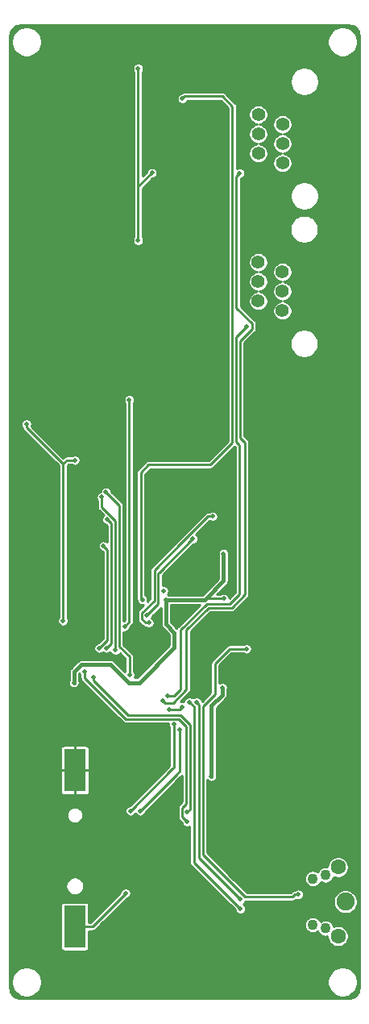
<source format=gbr>
G04 #@! TF.GenerationSoftware,KiCad,Pcbnew,5.0.1-33cea8e~67~ubuntu18.04.1*
G04 #@! TF.CreationDate,2018-11-07T11:52:31-08:00*
G04 #@! TF.ProjectId,fk-weather,666B2D776561746865722E6B69636164,0.1*
G04 #@! TF.SameCoordinates,PX791ddc0PY791ddc0*
G04 #@! TF.FileFunction,Copper,L2,Bot,Signal*
G04 #@! TF.FilePolarity,Positive*
%FSLAX46Y46*%
G04 Gerber Fmt 4.6, Leading zero omitted, Abs format (unit mm)*
G04 Created by KiCad (PCBNEW 5.0.1-33cea8e~67~ubuntu18.04.1) date Wed 07 Nov 2018 11:52:31 AM PST*
%MOMM*%
%LPD*%
G01*
G04 APERTURE LIST*
G04 #@! TA.AperFunction,ComponentPad*
%ADD10C,1.900000*%
G04 #@! TD*
G04 #@! TA.AperFunction,ComponentPad*
%ADD11C,1.600000*%
G04 #@! TD*
G04 #@! TA.AperFunction,ComponentPad*
%ADD12C,1.100000*%
G04 #@! TD*
G04 #@! TA.AperFunction,SMDPad,CuDef*
%ADD13R,2.300000X4.500000*%
G04 #@! TD*
G04 #@! TA.AperFunction,ComponentPad*
%ADD14C,1.400000*%
G04 #@! TD*
G04 #@! TA.AperFunction,ViaPad*
%ADD15C,0.500000*%
G04 #@! TD*
G04 #@! TA.AperFunction,Conductor*
%ADD16C,0.254000*%
G04 #@! TD*
G04 #@! TA.AperFunction,Conductor*
%ADD17C,0.381000*%
G04 #@! TD*
G04 #@! TA.AperFunction,Conductor*
%ADD18C,0.253000*%
G04 #@! TD*
G04 APERTURE END LIST*
D10*
G04 #@! TO.P,J1,10*
G04 #@! TO.N,N/C*
X-6736000Y-62738000D03*
D11*
G04 #@! TO.P,J1,9*
G04 #@! TO.N,Net-(J1-Pad9)*
X-7511000Y-59113000D03*
G04 #@! TO.P,J1,8*
G04 #@! TO.N,Net-(J1-Pad8)*
X-7511000Y-66363000D03*
D12*
G04 #@! TO.P,J1,7*
G04 #@! TO.N,Net-(J1-Pad7)*
X-10161000Y-60313000D03*
G04 #@! TO.P,J1,6*
G04 #@! TO.N,Net-(C10-Pad1)*
X-10161000Y-65163000D03*
X-8836000Y-65538000D03*
G04 #@! TO.P,J1,7*
G04 #@! TO.N,Net-(J1-Pad7)*
X-8836000Y-59938000D03*
G04 #@! TD*
D13*
G04 #@! TO.P,BT1,1*
G04 #@! TO.N,Net-(BT1-Pad1)*
X-35179000Y-65350000D03*
G04 #@! TO.P,BT1,2*
G04 #@! TO.N,GND*
X-35179000Y-48950000D03*
G04 #@! TD*
D14*
G04 #@! TO.P,J10,1*
G04 #@! TO.N,Net-(J10-Pad1)*
X-15916972Y4417332D03*
G04 #@! TO.P,J10,2*
G04 #@! TO.N,/RAIN_2*
X-13376972Y3397332D03*
G04 #@! TO.P,J10,3*
G04 #@! TO.N,Net-(J10-Pad3)*
X-15916972Y2377332D03*
G04 #@! TO.P,J10,4*
G04 #@! TO.N,Net-(J10-Pad4)*
X-13376972Y1357332D03*
G04 #@! TO.P,J10,5*
G04 #@! TO.N,/RAIN_5*
X-15916972Y337332D03*
G04 #@! TO.P,J10,6*
G04 #@! TO.N,Net-(J10-Pad6)*
X-13376972Y-682668D03*
G04 #@! TD*
G04 #@! TO.P,J11,6*
G04 #@! TO.N,Net-(J11-Pad6)*
X-13362972Y14817332D03*
G04 #@! TO.P,J11,5*
G04 #@! TO.N,Net-(J11-Pad5)*
X-15902972Y15837332D03*
G04 #@! TO.P,J11,4*
G04 #@! TO.N,Net-(J11-Pad4)*
X-13362972Y16857332D03*
G04 #@! TO.P,J11,3*
G04 #@! TO.N,Net-(J11-Pad3)*
X-15902972Y17877332D03*
G04 #@! TO.P,J11,2*
G04 #@! TO.N,Net-(J11-Pad2)*
X-13362972Y18897332D03*
G04 #@! TO.P,J11,1*
G04 #@! TO.N,Net-(J11-Pad1)*
X-15902972Y19917332D03*
G04 #@! TD*
D15*
G04 #@! TO.N,GND*
X-32486600Y-27330400D03*
X-34061400Y-27330400D03*
X-22771100Y14516100D03*
X-22771100Y15290800D03*
X-22783800Y16052800D03*
X-27597100Y-36753800D03*
X-28549600Y-36753800D03*
X-28549600Y-35928300D03*
X-27597100Y-35928300D03*
X-25946100Y-24180800D03*
X-24930100Y-25196800D03*
X-23279100Y-31927800D03*
X-23977600Y-32626300D03*
X-33312100Y-31864300D03*
X-32296100Y-31864300D03*
X-25501600Y-35928300D03*
X-26073100Y-35356800D03*
G04 #@! TO.N,3V3*
X-20828000Y-49570000D03*
X-19685000Y-40259000D03*
X-19532600Y-30911800D03*
X-28524200Y24765000D03*
X-28524200Y6680200D03*
X-27079372Y13792200D03*
X-19558000Y-26187400D03*
X-35280600Y-39738300D03*
X-25628600Y-31038800D03*
X-25877937Y-30090969D03*
G04 #@! TO.N,/SWDIO*
X-22783800Y-24638000D03*
X-27613779Y-32689800D03*
G04 #@! TO.N,/SWCLK*
X-20701000Y-22275800D03*
X-27406600Y-33451800D03*
G04 #@! TO.N,/A3*
X-29464000Y-10033000D03*
X-29946600Y-33832800D03*
G04 #@! TO.N,/MOSI*
X-32169100Y-25387300D03*
X-32613600Y-36118800D03*
G04 #@! TO.N,/SCK*
X-31796507Y-22601707D03*
X-31864914Y-36118800D03*
G04 #@! TO.N,/MISO*
X-32359600Y-20243800D03*
X-30912414Y-36322614D03*
G04 #@! TO.N,/USB-*
X-17780000Y-63500000D03*
X-23152100Y-41770300D03*
G04 #@! TO.N,/USB+*
X-17780000Y-62484000D03*
X-22390100Y-41770300D03*
G04 #@! TO.N,Net-(J1-Pad4)*
X-17145000Y-36195000D03*
X-11684000Y-61976000D03*
G04 #@! TO.N,/SCL1*
X-25273000Y-42545000D03*
X-23876000Y-42291000D03*
X-24765000Y-44069000D03*
X-29337000Y-53213000D03*
G04 #@! TO.N,/SDA1*
X-24130000Y-44704000D03*
X-28321000Y-53213000D03*
G04 #@! TO.N,/SCL2*
X-23368000Y-53340000D03*
X-33197800Y-39141400D03*
G04 #@! TO.N,/SDA2*
X-23368000Y-54356000D03*
X-34163000Y-38582600D03*
G04 #@! TO.N,Net-(BT1-Pad1)*
X-29845000Y-61849000D03*
G04 #@! TO.N,/D6_RAIN*
X-17094200Y-2362200D03*
X-25399693Y-41110207D03*
G04 #@! TO.N,/A1_WIND_DIR*
X-23876000Y21590000D03*
X-28092400Y-31026100D03*
G04 #@! TO.N,/D10_WIND_SPEED*
X-17856200Y13769372D03*
X-25907693Y-41618207D03*
G04 #@! TO.N,/D8_PERIPH_EN*
X-40259000Y-12573000D03*
X-36423600Y-33261300D03*
X-35179000Y-16383000D03*
G04 #@! TO.N,/D5_FLASH_CS*
X-29438600Y-38912800D03*
X-31915100Y-19735800D03*
G04 #@! TD*
D16*
G04 #@! TO.N,GND*
X-34061400Y-27330400D02*
X-32486600Y-27330400D01*
X-22783800Y16052800D02*
X-22783800Y15303500D01*
X-22783800Y15303500D02*
X-22771100Y15290800D01*
X-27597100Y-36753800D02*
X-27597100Y-35928300D01*
X-28549600Y-35928300D02*
X-28549600Y-36753800D01*
X-26073100Y-35356800D02*
X-27025600Y-35356800D01*
X-27025600Y-35356800D02*
X-27597100Y-35928300D01*
X-24930100Y-25196800D02*
X-25946100Y-24180800D01*
X-23977600Y-32626300D02*
X-23279100Y-31927800D01*
X-32296100Y-31864300D02*
X-33312100Y-31864300D01*
X-26073100Y-35356800D02*
X-25501600Y-35928300D01*
D17*
G04 #@! TO.N,3V3*
X-35280600Y-39738300D02*
X-35280600Y-38608000D01*
X-34315400Y-37820600D02*
X-34493200Y-37820600D01*
X-34493200Y-37820600D02*
X-35280600Y-38608000D01*
X-19685000Y-40259000D02*
X-19685000Y-41021000D01*
X-19685000Y-41021000D02*
X-20828000Y-42164000D01*
X-20828000Y-42164000D02*
X-20828000Y-49570000D01*
X-21564600Y-31038800D02*
X-21386800Y-30861000D01*
X-21386800Y-30861000D02*
X-19558000Y-29032200D01*
D16*
X-19532600Y-30911800D02*
X-21336000Y-30911800D01*
X-21336000Y-30911800D02*
X-21386800Y-30861000D01*
X-28524200Y12347372D02*
X-28524200Y20142200D01*
X-28524200Y20142200D02*
X-28524200Y20243800D01*
X-28524200Y24765000D02*
X-28524200Y20142200D01*
D17*
X-34315400Y-37820600D02*
X-31408294Y-37820600D01*
X-28434106Y-39738300D02*
X-24739600Y-36043794D01*
X-31408294Y-37820600D02*
X-29490594Y-39738300D01*
X-24739600Y-36043794D02*
X-24739600Y-34482223D01*
X-25628600Y-33593223D02*
X-25628600Y-31038800D01*
X-29490594Y-39738300D02*
X-28434106Y-39738300D01*
X-24739600Y-34482223D02*
X-25628600Y-33593223D01*
D16*
X-28524200Y6680200D02*
X-28524200Y12347372D01*
X-28498800Y6705600D02*
X-28524200Y6680200D01*
X-28524200Y12347372D02*
X-27079372Y13792200D01*
D17*
X-19558000Y-26187400D02*
X-19558000Y-28879800D01*
X-19558000Y-29032200D02*
X-19558000Y-28879800D01*
X-25628600Y-31038800D02*
X-21564600Y-31038800D01*
D16*
G04 #@! TO.N,/SWDIO*
X-26276300Y-28130500D02*
X-22783800Y-24638000D01*
X-27613779Y-32689800D02*
X-26407338Y-31483359D01*
X-26407338Y-31483359D02*
X-26407338Y-28261538D01*
X-26407338Y-28261538D02*
X-26276300Y-28130500D01*
X-27639190Y-32664389D02*
X-27613779Y-32689800D01*
G04 #@! TO.N,/SWCLK*
X-20701000Y-22275800D02*
X-21205114Y-22275800D01*
X-21205114Y-22275800D02*
X-23952200Y-25022886D01*
X-23952200Y-25022886D02*
X-23952200Y-25044400D01*
X-23952200Y-25044400D02*
X-26813748Y-27905948D01*
X-27758950Y-33451800D02*
X-27406600Y-33451800D01*
X-26813748Y-27905948D02*
X-26813748Y-31106255D01*
X-26813748Y-31106255D02*
X-28143189Y-32435696D01*
X-28143189Y-32435696D02*
X-28143189Y-33067561D01*
X-28143189Y-33067561D02*
X-27758950Y-33451800D01*
G04 #@! TO.N,/A3*
X-29464000Y-10033000D02*
X-29464000Y-17437080D01*
X-29464000Y-17437080D02*
X-29464010Y-17437090D01*
X-29946600Y-33832800D02*
X-29476710Y-33362910D01*
X-29476710Y-33362910D02*
X-29464010Y-33362910D01*
X-29464010Y-33362910D02*
X-29464010Y-17437090D01*
G04 #@! TO.N,/MOSI*
X-31766699Y-35271899D02*
X-31766699Y-26085800D01*
X-31766699Y-26085800D02*
X-31766699Y-25789701D01*
X-31766699Y-25789701D02*
X-32169100Y-25387300D01*
X-32613600Y-36118800D02*
X-31766699Y-35271899D01*
G04 #@! TO.N,/SCK*
X-31864914Y-36118800D02*
X-31360289Y-35614175D01*
X-31360289Y-23037925D02*
X-31546508Y-22851706D01*
X-31360289Y-35614175D02*
X-31360289Y-23037925D01*
X-31546508Y-22851706D02*
X-31796507Y-22601707D01*
G04 #@! TO.N,/MISO*
X-32359600Y-20243800D02*
X-32359600Y-21289928D01*
X-32359600Y-21289928D02*
X-30912414Y-22737114D01*
X-30912414Y-22737114D02*
X-30912414Y-23876614D01*
X-30912414Y-36322614D02*
X-30912414Y-23876614D01*
G04 #@! TO.N,/USB-*
X-17780000Y-63500000D02*
X-22660799Y-58619201D01*
X-22660799Y-58619201D02*
X-22660799Y-42261601D01*
X-22660799Y-42261601D02*
X-23152100Y-41770300D01*
G04 #@! TO.N,/USB+*
X-22390100Y-41770300D02*
X-22140101Y-42020299D01*
X-22140101Y-42020299D02*
X-22140101Y-58123899D01*
X-22140101Y-58123899D02*
X-17780000Y-62484000D01*
G04 #@! TO.N,Net-(J1-Pad4)*
X-20446980Y-37718980D02*
X-18923000Y-36195000D01*
X-18923000Y-36195000D02*
X-17145000Y-36195000D01*
X-20446980Y-37845980D02*
X-20446980Y-37718980D01*
X-11684000Y-61976000D02*
X-12037553Y-61976000D01*
X-12037553Y-61976000D02*
X-12291553Y-62230000D01*
X-12291553Y-62230000D02*
X-17272000Y-62230000D01*
X-21733691Y-57768309D02*
X-21733691Y-42256891D01*
X-17272000Y-62230000D02*
X-21733691Y-57768309D01*
X-21733691Y-42256891D02*
X-20446980Y-40970180D01*
X-20446980Y-40970180D02*
X-20446980Y-37845980D01*
G04 #@! TO.N,/SCL1*
X-24765000Y-44069000D02*
X-24765000Y-48641000D01*
X-24892000Y-48768000D02*
X-29337000Y-53213000D01*
X-24765000Y-48641000D02*
X-24892000Y-48768000D01*
X-25273000Y-42545000D02*
X-24130000Y-42545000D01*
X-24130000Y-42545000D02*
X-23876000Y-42291000D01*
G04 #@! TO.N,/SDA1*
X-28321000Y-53213000D02*
X-24511000Y-49403000D01*
X-24130000Y-44704000D02*
X-24130000Y-49022000D01*
X-24130000Y-49022000D02*
X-24511000Y-49403000D01*
G04 #@! TO.N,/SCL2*
X-25019000Y-43133189D02*
X-24110061Y-43133189D01*
X-25557861Y-43133189D02*
X-25019000Y-43133189D01*
X-25019000Y-43133189D02*
X-29559564Y-43133189D01*
X-29559564Y-43133189D02*
X-30075552Y-42617201D01*
X-24110061Y-43133189D02*
X-23067210Y-44176040D01*
X-23067210Y-44176040D02*
X-23067209Y-53039209D01*
X-23067209Y-53039209D02*
X-23368000Y-53340000D01*
X-33197800Y-39141400D02*
X-33197800Y-39494953D01*
X-33197800Y-39494953D02*
X-30075552Y-42617201D01*
G04 #@! TO.N,/SDA2*
X-23368000Y-54356000D02*
X-23897401Y-53826599D01*
X-23897401Y-53826599D02*
X-23897401Y-52853401D01*
X-23897401Y-52853401D02*
X-23473619Y-52429619D01*
X-23473619Y-52429619D02*
X-23473619Y-44344381D01*
X-23473619Y-44344381D02*
X-24278401Y-43539599D01*
X-24278401Y-43539599D02*
X-29866401Y-43539599D01*
X-29866401Y-43539599D02*
X-34163000Y-39243000D01*
X-34163000Y-39243000D02*
X-34163000Y-38582600D01*
G04 #@! TO.N,Net-(BT1-Pad1)*
X-29845000Y-61849000D02*
X-33346000Y-65350000D01*
X-33346000Y-65350000D02*
X-35179000Y-65350000D01*
G04 #@! TO.N,/D6_RAIN*
X-17094200Y-2362200D02*
X-18211790Y-3479790D01*
X-18211790Y-14452600D02*
X-17860199Y-14804191D01*
X-17860199Y-30420499D02*
X-18888889Y-31449189D01*
X-21310437Y-31449189D02*
X-24053800Y-34192552D01*
X-18211790Y-3479790D02*
X-18211790Y-14452600D01*
X-18888889Y-31449189D02*
X-21310437Y-31449189D01*
X-17860199Y-14804191D02*
X-17860199Y-30420499D01*
X-24053800Y-40449500D02*
X-24714507Y-41110207D01*
X-24053800Y-34192552D02*
X-24053800Y-40449500D01*
X-24714507Y-41110207D02*
X-25399693Y-41110207D01*
G04 #@! TO.N,/A1_WIND_DIR*
X-28092400Y-31026100D02*
X-28244780Y-30873720D01*
X-27432000Y-16840200D02*
X-20904200Y-16840200D01*
X-28244780Y-30873720D02*
X-28244780Y-17652980D01*
X-20904200Y-16840200D02*
X-18618200Y-14554200D01*
X-28244780Y-17652980D02*
X-27432000Y-16840200D01*
X-18618200Y-14554200D02*
X-18618200Y20802600D01*
X-18618200Y20802600D02*
X-19655599Y21839999D01*
X-19655599Y21839999D02*
X-23626001Y21839999D01*
X-23626001Y21839999D02*
X-23876000Y21590000D01*
G04 #@! TO.N,/D10_WIND_SPEED*
X-17856200Y13769372D02*
X-18211790Y13413782D01*
X-18698399Y-31855599D02*
X-21142097Y-31855599D01*
X-18211790Y13413782D02*
X-18211790Y-381010D01*
X-18211790Y-381010D02*
X-16564799Y-2028001D01*
X-16564799Y-2616313D02*
X-17805380Y-3856894D01*
X-16564799Y-2028001D02*
X-16564799Y-2616313D01*
X-17805380Y-3856894D02*
X-17805380Y-14020800D01*
X-23449498Y-34163000D02*
X-23449498Y-40480198D01*
X-17805380Y-14020800D02*
X-17310100Y-14516080D01*
X-21142097Y-31855599D02*
X-23449498Y-34163000D01*
X-17310100Y-14516080D02*
X-17310100Y-30467300D01*
X-17310100Y-30467300D02*
X-18698399Y-31855599D01*
X-23449498Y-40480198D02*
X-24837506Y-41868206D01*
X-24837506Y-41868206D02*
X-25657694Y-41868206D01*
X-25657694Y-41868206D02*
X-25907693Y-41618207D01*
G04 #@! TO.N,/D8_PERIPH_EN*
X-36423600Y-33261300D02*
X-36423600Y-17907000D01*
X-40259000Y-12926553D02*
X-36423600Y-16761953D01*
X-40259000Y-12573000D02*
X-40259000Y-12926553D01*
X-36423600Y-16761953D02*
X-36423600Y-17907000D01*
X-36044647Y-16383000D02*
X-36423600Y-16761953D01*
X-35179000Y-16383000D02*
X-36044647Y-16383000D01*
G04 #@! TO.N,/D5_FLASH_CS*
X-31915100Y-19735800D02*
X-30506004Y-21144896D01*
X-30506004Y-21144896D02*
X-30506004Y-35945510D01*
X-30506004Y-35945510D02*
X-29438600Y-37012914D01*
X-29438600Y-37012914D02*
X-29438600Y-38912800D01*
G04 #@! TD*
D18*
G04 #@! TO.N,GND*
G36*
X-6184184Y29270453D02*
X-5979909Y29208779D01*
X-5791499Y29108599D01*
X-5626137Y28973733D01*
X-5490119Y28809315D01*
X-5388627Y28621611D01*
X-5325527Y28417768D01*
X-5301254Y28186819D01*
X-5301255Y-71782286D01*
X-5324019Y-72014453D01*
X-5385694Y-72218730D01*
X-5485872Y-72407137D01*
X-5620739Y-72572501D01*
X-5785157Y-72708519D01*
X-5972861Y-72810011D01*
X-6176704Y-72873111D01*
X-6407643Y-72897383D01*
X-40876758Y-72897383D01*
X-41108925Y-72874619D01*
X-41313202Y-72812944D01*
X-41501609Y-72712766D01*
X-41666973Y-72577899D01*
X-41802991Y-72413481D01*
X-41904483Y-72225777D01*
X-41967583Y-72021934D01*
X-41991855Y-71790995D01*
X-41991855Y-71009526D01*
X-41861255Y-71009526D01*
X-41861255Y-71324640D01*
X-41799779Y-71633698D01*
X-41679191Y-71924825D01*
X-41504123Y-72186832D01*
X-41281304Y-72409651D01*
X-41019297Y-72584719D01*
X-40728170Y-72705307D01*
X-40419112Y-72766783D01*
X-40103998Y-72766783D01*
X-39794940Y-72705307D01*
X-39503813Y-72584719D01*
X-39241806Y-72409651D01*
X-39018987Y-72186832D01*
X-38843919Y-71924825D01*
X-38723331Y-71633698D01*
X-38661855Y-71324640D01*
X-38661855Y-71009526D01*
X-8631255Y-71009526D01*
X-8631255Y-71324640D01*
X-8569779Y-71633698D01*
X-8449191Y-71924825D01*
X-8274123Y-72186832D01*
X-8051304Y-72409651D01*
X-7789297Y-72584719D01*
X-7498170Y-72705307D01*
X-7189112Y-72766783D01*
X-6873998Y-72766783D01*
X-6564940Y-72705307D01*
X-6273813Y-72584719D01*
X-6011806Y-72409651D01*
X-5788987Y-72186832D01*
X-5613919Y-71924825D01*
X-5493331Y-71633698D01*
X-5431855Y-71324640D01*
X-5431855Y-71009526D01*
X-5493331Y-70700468D01*
X-5613919Y-70409341D01*
X-5788987Y-70147334D01*
X-6011806Y-69924515D01*
X-6273813Y-69749447D01*
X-6564940Y-69628859D01*
X-6873998Y-69567383D01*
X-7189112Y-69567383D01*
X-7498170Y-69628859D01*
X-7789297Y-69749447D01*
X-8051304Y-69924515D01*
X-8274123Y-70147334D01*
X-8449191Y-70409341D01*
X-8569779Y-70700468D01*
X-8631255Y-71009526D01*
X-38661855Y-71009526D01*
X-38723331Y-70700468D01*
X-38843919Y-70409341D01*
X-39018987Y-70147334D01*
X-39241806Y-69924515D01*
X-39503813Y-69749447D01*
X-39794940Y-69628859D01*
X-40103998Y-69567383D01*
X-40419112Y-69567383D01*
X-40728170Y-69628859D01*
X-41019297Y-69749447D01*
X-41281304Y-69924515D01*
X-41504123Y-70147334D01*
X-41679191Y-70409341D01*
X-41799779Y-70700468D01*
X-41861255Y-71009526D01*
X-41991855Y-71009526D01*
X-41991855Y-63100000D01*
X-36660295Y-63100000D01*
X-36660295Y-67600000D01*
X-36653929Y-67664632D01*
X-36635077Y-67726781D01*
X-36604462Y-67784058D01*
X-36563261Y-67834261D01*
X-36513058Y-67875462D01*
X-36455781Y-67906077D01*
X-36393632Y-67924929D01*
X-36329000Y-67931295D01*
X-34029000Y-67931295D01*
X-33964368Y-67924929D01*
X-33902219Y-67906077D01*
X-33844942Y-67875462D01*
X-33794739Y-67834261D01*
X-33753538Y-67784058D01*
X-33722923Y-67726781D01*
X-33704071Y-67664632D01*
X-33697705Y-67600000D01*
X-33697705Y-65806700D01*
X-33368428Y-65806700D01*
X-33346000Y-65808909D01*
X-33323572Y-65806700D01*
X-33256471Y-65800091D01*
X-33170383Y-65773977D01*
X-33091044Y-65731569D01*
X-33021502Y-65674498D01*
X-33007197Y-65657067D01*
X-32426487Y-65076357D01*
X-11040700Y-65076357D01*
X-11040700Y-65249643D01*
X-11006893Y-65419599D01*
X-10940580Y-65579694D01*
X-10844307Y-65723776D01*
X-10721776Y-65846307D01*
X-10577694Y-65942580D01*
X-10417599Y-66008893D01*
X-10247643Y-66042700D01*
X-10074357Y-66042700D01*
X-9904401Y-66008893D01*
X-9744306Y-65942580D01*
X-9647414Y-65877839D01*
X-9615580Y-65954694D01*
X-9519307Y-66098776D01*
X-9396776Y-66221307D01*
X-9252694Y-66317580D01*
X-9092599Y-66383893D01*
X-8922643Y-66417700D01*
X-8749357Y-66417700D01*
X-8640700Y-66396086D01*
X-8640700Y-66474266D01*
X-8597286Y-66692521D01*
X-8512127Y-66898114D01*
X-8388495Y-67083142D01*
X-8231142Y-67240495D01*
X-8046114Y-67364127D01*
X-7840521Y-67449286D01*
X-7622266Y-67492700D01*
X-7399734Y-67492700D01*
X-7181479Y-67449286D01*
X-6975886Y-67364127D01*
X-6790858Y-67240495D01*
X-6633505Y-67083142D01*
X-6509873Y-66898114D01*
X-6424714Y-66692521D01*
X-6381300Y-66474266D01*
X-6381300Y-66251734D01*
X-6424714Y-66033479D01*
X-6509873Y-65827886D01*
X-6633505Y-65642858D01*
X-6790858Y-65485505D01*
X-6975886Y-65361873D01*
X-7181479Y-65276714D01*
X-7399734Y-65233300D01*
X-7622266Y-65233300D01*
X-7840521Y-65276714D01*
X-7979582Y-65334315D01*
X-7990107Y-65281401D01*
X-8056420Y-65121306D01*
X-8152693Y-64977224D01*
X-8275224Y-64854693D01*
X-8419306Y-64758420D01*
X-8579401Y-64692107D01*
X-8749357Y-64658300D01*
X-8922643Y-64658300D01*
X-9092599Y-64692107D01*
X-9252694Y-64758420D01*
X-9349586Y-64823161D01*
X-9381420Y-64746306D01*
X-9477693Y-64602224D01*
X-9600224Y-64479693D01*
X-9744306Y-64383420D01*
X-9904401Y-64317107D01*
X-10074357Y-64283300D01*
X-10247643Y-64283300D01*
X-10417599Y-64317107D01*
X-10577694Y-64383420D01*
X-10721776Y-64479693D01*
X-10844307Y-64602224D01*
X-10940580Y-64746306D01*
X-11006893Y-64906401D01*
X-11040700Y-65076357D01*
X-32426487Y-65076357D01*
X-29776576Y-62426446D01*
X-29675908Y-62406423D01*
X-29570409Y-62362724D01*
X-29475463Y-62299282D01*
X-29394718Y-62218537D01*
X-29331276Y-62123591D01*
X-29287577Y-62018092D01*
X-29265300Y-61906095D01*
X-29265300Y-61791905D01*
X-29287577Y-61679908D01*
X-29331276Y-61574409D01*
X-29394718Y-61479463D01*
X-29475463Y-61398718D01*
X-29570409Y-61335276D01*
X-29675908Y-61291577D01*
X-29787905Y-61269300D01*
X-29902095Y-61269300D01*
X-30014092Y-61291577D01*
X-30119591Y-61335276D01*
X-30214537Y-61398718D01*
X-30295282Y-61479463D01*
X-30358724Y-61574409D01*
X-30402423Y-61679908D01*
X-30422446Y-61780576D01*
X-33535170Y-64893300D01*
X-33697705Y-64893300D01*
X-33697705Y-63100000D01*
X-33704071Y-63035368D01*
X-33722923Y-62973219D01*
X-33753538Y-62915942D01*
X-33794739Y-62865739D01*
X-33844942Y-62824538D01*
X-33902219Y-62793923D01*
X-33964368Y-62775071D01*
X-34029000Y-62768705D01*
X-36329000Y-62768705D01*
X-36393632Y-62775071D01*
X-36455781Y-62793923D01*
X-36513058Y-62824538D01*
X-36563261Y-62865739D01*
X-36604462Y-62915942D01*
X-36635077Y-62973219D01*
X-36653929Y-63035368D01*
X-36660295Y-63100000D01*
X-41991855Y-63100000D01*
X-41991855Y-61003508D01*
X-36158700Y-61003508D01*
X-36158700Y-61196492D01*
X-36121050Y-61385768D01*
X-36047199Y-61564062D01*
X-35939982Y-61724522D01*
X-35803522Y-61860982D01*
X-35643062Y-61968199D01*
X-35464768Y-62042050D01*
X-35275492Y-62079700D01*
X-35082508Y-62079700D01*
X-34893232Y-62042050D01*
X-34714938Y-61968199D01*
X-34554478Y-61860982D01*
X-34418018Y-61724522D01*
X-34310801Y-61564062D01*
X-34236950Y-61385768D01*
X-34199300Y-61196492D01*
X-34199300Y-61003508D01*
X-34236950Y-60814232D01*
X-34310801Y-60635938D01*
X-34418018Y-60475478D01*
X-34554478Y-60339018D01*
X-34714938Y-60231801D01*
X-34893232Y-60157950D01*
X-35082508Y-60120300D01*
X-35275492Y-60120300D01*
X-35464768Y-60157950D01*
X-35643062Y-60231801D01*
X-35803522Y-60339018D01*
X-35939982Y-60475478D01*
X-36047199Y-60635938D01*
X-36121050Y-60814232D01*
X-36158700Y-61003508D01*
X-41991855Y-61003508D01*
X-41991855Y-53565819D01*
X-36033700Y-53565819D01*
X-36033700Y-53734181D01*
X-36000855Y-53899307D01*
X-35936426Y-54054852D01*
X-35842889Y-54194840D01*
X-35723840Y-54313889D01*
X-35583852Y-54407426D01*
X-35428307Y-54471855D01*
X-35263181Y-54504700D01*
X-35094819Y-54504700D01*
X-34929693Y-54471855D01*
X-34774148Y-54407426D01*
X-34634160Y-54313889D01*
X-34515111Y-54194840D01*
X-34421574Y-54054852D01*
X-34357145Y-53899307D01*
X-34324300Y-53734181D01*
X-34324300Y-53565819D01*
X-34357145Y-53400693D01*
X-34421574Y-53245148D01*
X-34515111Y-53105160D01*
X-34634160Y-52986111D01*
X-34774148Y-52892574D01*
X-34929693Y-52828145D01*
X-35094819Y-52795300D01*
X-35263181Y-52795300D01*
X-35428307Y-52828145D01*
X-35583852Y-52892574D01*
X-35723840Y-52986111D01*
X-35842889Y-53105160D01*
X-35936426Y-53245148D01*
X-36000855Y-53400693D01*
X-36033700Y-53565819D01*
X-41991855Y-53565819D01*
X-41991855Y-49045625D01*
X-36709500Y-49045625D01*
X-36709500Y-51237476D01*
X-36694878Y-51310988D01*
X-36666195Y-51380234D01*
X-36624554Y-51442555D01*
X-36571555Y-51495554D01*
X-36509234Y-51537195D01*
X-36439988Y-51565878D01*
X-36366476Y-51580500D01*
X-35274625Y-51580500D01*
X-35179500Y-51485375D01*
X-35179500Y-48950500D01*
X-35178500Y-48950500D01*
X-35178500Y-51485375D01*
X-35083375Y-51580500D01*
X-33991524Y-51580500D01*
X-33918012Y-51565878D01*
X-33848766Y-51537195D01*
X-33786445Y-51495554D01*
X-33733446Y-51442555D01*
X-33691805Y-51380234D01*
X-33663122Y-51310988D01*
X-33648500Y-51237476D01*
X-33648500Y-49045625D01*
X-33743625Y-48950500D01*
X-35178500Y-48950500D01*
X-35179500Y-48950500D01*
X-36614375Y-48950500D01*
X-36709500Y-49045625D01*
X-41991855Y-49045625D01*
X-41991855Y-46662524D01*
X-36709500Y-46662524D01*
X-36709500Y-48854375D01*
X-36614375Y-48949500D01*
X-35179500Y-48949500D01*
X-35179500Y-46414625D01*
X-35178500Y-46414625D01*
X-35178500Y-48949500D01*
X-33743625Y-48949500D01*
X-33648500Y-48854375D01*
X-33648500Y-46662524D01*
X-33663122Y-46589012D01*
X-33691805Y-46519766D01*
X-33733446Y-46457445D01*
X-33786445Y-46404446D01*
X-33848766Y-46362805D01*
X-33918012Y-46334122D01*
X-33991524Y-46319500D01*
X-35083375Y-46319500D01*
X-35178500Y-46414625D01*
X-35179500Y-46414625D01*
X-35274625Y-46319500D01*
X-36366476Y-46319500D01*
X-36439988Y-46334122D01*
X-36509234Y-46362805D01*
X-36571555Y-46404446D01*
X-36624554Y-46457445D01*
X-36666195Y-46519766D01*
X-36694878Y-46589012D01*
X-36709500Y-46662524D01*
X-41991855Y-46662524D01*
X-41991855Y-39681205D01*
X-35860300Y-39681205D01*
X-35860300Y-39795395D01*
X-35838023Y-39907392D01*
X-35794324Y-40012891D01*
X-35730882Y-40107837D01*
X-35650137Y-40188582D01*
X-35555191Y-40252024D01*
X-35449692Y-40295723D01*
X-35337695Y-40318000D01*
X-35223505Y-40318000D01*
X-35111508Y-40295723D01*
X-35006009Y-40252024D01*
X-34911063Y-40188582D01*
X-34830318Y-40107837D01*
X-34766876Y-40012891D01*
X-34723177Y-39907392D01*
X-34700900Y-39795395D01*
X-34700900Y-39681205D01*
X-34723177Y-39569208D01*
X-34760400Y-39479343D01*
X-34760400Y-38823473D01*
X-34711108Y-38774181D01*
X-34676724Y-38857191D01*
X-34619700Y-38942533D01*
X-34619700Y-39220572D01*
X-34621909Y-39243000D01*
X-34617475Y-39288018D01*
X-34613091Y-39332528D01*
X-34586977Y-39418616D01*
X-34544569Y-39497955D01*
X-34487498Y-39567498D01*
X-34470067Y-39581803D01*
X-30205200Y-43846671D01*
X-30190899Y-43864097D01*
X-30122288Y-43920404D01*
X-30121357Y-43921168D01*
X-30042018Y-43963576D01*
X-29955930Y-43989690D01*
X-29866401Y-43998508D01*
X-29843973Y-43996299D01*
X-25341596Y-43996299D01*
X-25344700Y-44011905D01*
X-25344700Y-44126095D01*
X-25322423Y-44238092D01*
X-25278724Y-44343591D01*
X-25221700Y-44428932D01*
X-25221699Y-48451828D01*
X-29405423Y-52635553D01*
X-29506092Y-52655577D01*
X-29611591Y-52699276D01*
X-29706537Y-52762718D01*
X-29787282Y-52843463D01*
X-29850724Y-52938409D01*
X-29894423Y-53043908D01*
X-29916700Y-53155905D01*
X-29916700Y-53270095D01*
X-29894423Y-53382092D01*
X-29850724Y-53487591D01*
X-29787282Y-53582537D01*
X-29706537Y-53663282D01*
X-29611591Y-53726724D01*
X-29506092Y-53770423D01*
X-29394095Y-53792700D01*
X-29279905Y-53792700D01*
X-29167908Y-53770423D01*
X-29062409Y-53726724D01*
X-28967463Y-53663282D01*
X-28886718Y-53582537D01*
X-28829000Y-53496157D01*
X-28771282Y-53582537D01*
X-28690537Y-53663282D01*
X-28595591Y-53726724D01*
X-28490092Y-53770423D01*
X-28378095Y-53792700D01*
X-28263905Y-53792700D01*
X-28151908Y-53770423D01*
X-28046409Y-53726724D01*
X-27951463Y-53663282D01*
X-27870718Y-53582537D01*
X-27807276Y-53487591D01*
X-27763577Y-53382092D01*
X-27743553Y-53281423D01*
X-24172206Y-49710077D01*
X-24172202Y-49710072D01*
X-23930319Y-49468189D01*
X-23930319Y-52240448D01*
X-24204472Y-52514602D01*
X-24221898Y-52528903D01*
X-24278969Y-52598445D01*
X-24309507Y-52655577D01*
X-24321377Y-52677784D01*
X-24347492Y-52763873D01*
X-24356310Y-52853401D01*
X-24354100Y-52875838D01*
X-24354101Y-53804171D01*
X-24356310Y-53826599D01*
X-24354101Y-53849026D01*
X-24347492Y-53916127D01*
X-24321378Y-54002215D01*
X-24278970Y-54081554D01*
X-24221899Y-54151097D01*
X-24204468Y-54165402D01*
X-23945447Y-54424424D01*
X-23925423Y-54525092D01*
X-23881724Y-54630591D01*
X-23818282Y-54725537D01*
X-23737537Y-54806282D01*
X-23642591Y-54869724D01*
X-23537092Y-54913423D01*
X-23425095Y-54935700D01*
X-23310905Y-54935700D01*
X-23198908Y-54913423D01*
X-23117499Y-54879702D01*
X-23117499Y-58596773D01*
X-23119708Y-58619201D01*
X-23117499Y-58641628D01*
X-23110890Y-58708729D01*
X-23084776Y-58794817D01*
X-23042368Y-58874156D01*
X-22985297Y-58943699D01*
X-22967866Y-58958004D01*
X-18357446Y-63568424D01*
X-18337423Y-63669092D01*
X-18293724Y-63774591D01*
X-18230282Y-63869537D01*
X-18149537Y-63950282D01*
X-18054591Y-64013724D01*
X-17949092Y-64057423D01*
X-17837095Y-64079700D01*
X-17722905Y-64079700D01*
X-17610908Y-64057423D01*
X-17505409Y-64013724D01*
X-17410463Y-63950282D01*
X-17329718Y-63869537D01*
X-17266276Y-63774591D01*
X-17222577Y-63669092D01*
X-17200300Y-63557095D01*
X-17200300Y-63442905D01*
X-17222577Y-63330908D01*
X-17266276Y-63225409D01*
X-17329718Y-63130463D01*
X-17410463Y-63049718D01*
X-17496843Y-62992000D01*
X-17410463Y-62934282D01*
X-17329718Y-62853537D01*
X-17266276Y-62758591D01*
X-17236498Y-62686700D01*
X-12313981Y-62686700D01*
X-12291553Y-62688909D01*
X-12269125Y-62686700D01*
X-12202024Y-62680091D01*
X-12115936Y-62653977D01*
X-12037331Y-62611961D01*
X-8015700Y-62611961D01*
X-8015700Y-62864039D01*
X-7966522Y-63111275D01*
X-7870055Y-63344165D01*
X-7730008Y-63553761D01*
X-7551761Y-63732008D01*
X-7342165Y-63872055D01*
X-7109275Y-63968522D01*
X-6862039Y-64017700D01*
X-6609961Y-64017700D01*
X-6362725Y-63968522D01*
X-6129835Y-63872055D01*
X-5920239Y-63732008D01*
X-5741992Y-63553761D01*
X-5601945Y-63344165D01*
X-5505478Y-63111275D01*
X-5456300Y-62864039D01*
X-5456300Y-62611961D01*
X-5505478Y-62364725D01*
X-5601945Y-62131835D01*
X-5741992Y-61922239D01*
X-5920239Y-61743992D01*
X-6129835Y-61603945D01*
X-6362725Y-61507478D01*
X-6609961Y-61458300D01*
X-6862039Y-61458300D01*
X-7109275Y-61507478D01*
X-7342165Y-61603945D01*
X-7551761Y-61743992D01*
X-7730008Y-61922239D01*
X-7870055Y-62131835D01*
X-7966522Y-62364725D01*
X-8015700Y-62611961D01*
X-12037331Y-62611961D01*
X-12036597Y-62611569D01*
X-11967055Y-62554498D01*
X-11952749Y-62537066D01*
X-11920984Y-62505301D01*
X-11853092Y-62533423D01*
X-11741095Y-62555700D01*
X-11626905Y-62555700D01*
X-11514908Y-62533423D01*
X-11409409Y-62489724D01*
X-11314463Y-62426282D01*
X-11233718Y-62345537D01*
X-11170276Y-62250591D01*
X-11126577Y-62145092D01*
X-11104300Y-62033095D01*
X-11104300Y-61918905D01*
X-11126577Y-61806908D01*
X-11170276Y-61701409D01*
X-11233718Y-61606463D01*
X-11314463Y-61525718D01*
X-11409409Y-61462276D01*
X-11514908Y-61418577D01*
X-11626905Y-61396300D01*
X-11741095Y-61396300D01*
X-11853092Y-61418577D01*
X-11958591Y-61462276D01*
X-12041157Y-61517446D01*
X-12059979Y-61519300D01*
X-12059981Y-61519300D01*
X-12127082Y-61525909D01*
X-12213170Y-61552023D01*
X-12292509Y-61594431D01*
X-12362051Y-61651502D01*
X-12376357Y-61668934D01*
X-12480723Y-61773300D01*
X-17082829Y-61773300D01*
X-18629772Y-60226357D01*
X-11040700Y-60226357D01*
X-11040700Y-60399643D01*
X-11006893Y-60569599D01*
X-10940580Y-60729694D01*
X-10844307Y-60873776D01*
X-10721776Y-60996307D01*
X-10577694Y-61092580D01*
X-10417599Y-61158893D01*
X-10247643Y-61192700D01*
X-10074357Y-61192700D01*
X-9904401Y-61158893D01*
X-9744306Y-61092580D01*
X-9600224Y-60996307D01*
X-9477693Y-60873776D01*
X-9381420Y-60729694D01*
X-9349586Y-60652839D01*
X-9252694Y-60717580D01*
X-9092599Y-60783893D01*
X-8922643Y-60817700D01*
X-8749357Y-60817700D01*
X-8579401Y-60783893D01*
X-8419306Y-60717580D01*
X-8275224Y-60621307D01*
X-8152693Y-60498776D01*
X-8056420Y-60354694D01*
X-7990107Y-60194599D01*
X-7979582Y-60141685D01*
X-7840521Y-60199286D01*
X-7622266Y-60242700D01*
X-7399734Y-60242700D01*
X-7181479Y-60199286D01*
X-6975886Y-60114127D01*
X-6790858Y-59990495D01*
X-6633505Y-59833142D01*
X-6509873Y-59648114D01*
X-6424714Y-59442521D01*
X-6381300Y-59224266D01*
X-6381300Y-59001734D01*
X-6424714Y-58783479D01*
X-6509873Y-58577886D01*
X-6633505Y-58392858D01*
X-6790858Y-58235505D01*
X-6975886Y-58111873D01*
X-7181479Y-58026714D01*
X-7399734Y-57983300D01*
X-7622266Y-57983300D01*
X-7840521Y-58026714D01*
X-8046114Y-58111873D01*
X-8231142Y-58235505D01*
X-8388495Y-58392858D01*
X-8512127Y-58577886D01*
X-8597286Y-58783479D01*
X-8640700Y-59001734D01*
X-8640700Y-59079914D01*
X-8749357Y-59058300D01*
X-8922643Y-59058300D01*
X-9092599Y-59092107D01*
X-9252694Y-59158420D01*
X-9396776Y-59254693D01*
X-9519307Y-59377224D01*
X-9615580Y-59521306D01*
X-9647414Y-59598161D01*
X-9744306Y-59533420D01*
X-9904401Y-59467107D01*
X-10074357Y-59433300D01*
X-10247643Y-59433300D01*
X-10417599Y-59467107D01*
X-10577694Y-59533420D01*
X-10721776Y-59629693D01*
X-10844307Y-59752224D01*
X-10940580Y-59896306D01*
X-11006893Y-60056401D01*
X-11040700Y-60226357D01*
X-18629772Y-60226357D01*
X-21276991Y-57579139D01*
X-21276991Y-49940828D01*
X-21197537Y-50020282D01*
X-21102591Y-50083724D01*
X-20997092Y-50127423D01*
X-20885095Y-50149700D01*
X-20770905Y-50149700D01*
X-20658908Y-50127423D01*
X-20553409Y-50083724D01*
X-20458463Y-50020282D01*
X-20377718Y-49939537D01*
X-20314276Y-49844591D01*
X-20270577Y-49739092D01*
X-20248300Y-49627095D01*
X-20248300Y-49512905D01*
X-20270577Y-49400908D01*
X-20307800Y-49311043D01*
X-20307800Y-42379473D01*
X-19335240Y-41406913D01*
X-19315383Y-41390617D01*
X-19250377Y-41311406D01*
X-19202072Y-41221035D01*
X-19172327Y-41122977D01*
X-19164800Y-41046555D01*
X-19164800Y-41046553D01*
X-19162283Y-41021001D01*
X-19164800Y-40995448D01*
X-19164800Y-40517957D01*
X-19127577Y-40428092D01*
X-19105300Y-40316095D01*
X-19105300Y-40201905D01*
X-19127577Y-40089908D01*
X-19171276Y-39984409D01*
X-19234718Y-39889463D01*
X-19315463Y-39808718D01*
X-19410409Y-39745276D01*
X-19515908Y-39701577D01*
X-19627905Y-39679300D01*
X-19742095Y-39679300D01*
X-19854092Y-39701577D01*
X-19959591Y-39745276D01*
X-19990280Y-39765782D01*
X-19990280Y-37908150D01*
X-18733829Y-36651700D01*
X-17504932Y-36651700D01*
X-17419591Y-36708724D01*
X-17314092Y-36752423D01*
X-17202095Y-36774700D01*
X-17087905Y-36774700D01*
X-16975908Y-36752423D01*
X-16870409Y-36708724D01*
X-16775463Y-36645282D01*
X-16694718Y-36564537D01*
X-16631276Y-36469591D01*
X-16587577Y-36364092D01*
X-16565300Y-36252095D01*
X-16565300Y-36137905D01*
X-16587577Y-36025908D01*
X-16631276Y-35920409D01*
X-16694718Y-35825463D01*
X-16775463Y-35744718D01*
X-16870409Y-35681276D01*
X-16975908Y-35637577D01*
X-17087905Y-35615300D01*
X-17202095Y-35615300D01*
X-17314092Y-35637577D01*
X-17419591Y-35681276D01*
X-17504932Y-35738300D01*
X-18900573Y-35738300D01*
X-18923001Y-35736091D01*
X-19012530Y-35744909D01*
X-19038644Y-35752831D01*
X-19098617Y-35771023D01*
X-19177956Y-35813431D01*
X-19247498Y-35870502D01*
X-19261799Y-35887928D01*
X-20754048Y-37380178D01*
X-20771478Y-37394482D01*
X-20828549Y-37464024D01*
X-20870957Y-37543363D01*
X-20897071Y-37629451D01*
X-20897071Y-37629452D01*
X-20905889Y-37718980D01*
X-20903680Y-37741408D01*
X-20903680Y-37868407D01*
X-20903679Y-37868417D01*
X-20903680Y-40781009D01*
X-21814627Y-41691956D01*
X-21832677Y-41601208D01*
X-21876376Y-41495709D01*
X-21939818Y-41400763D01*
X-22020563Y-41320018D01*
X-22115509Y-41256576D01*
X-22221008Y-41212877D01*
X-22333005Y-41190600D01*
X-22447195Y-41190600D01*
X-22559192Y-41212877D01*
X-22664691Y-41256576D01*
X-22759637Y-41320018D01*
X-22771100Y-41331481D01*
X-22782563Y-41320018D01*
X-22877509Y-41256576D01*
X-22983008Y-41212877D01*
X-23095005Y-41190600D01*
X-23209195Y-41190600D01*
X-23321192Y-41212877D01*
X-23426691Y-41256576D01*
X-23521637Y-41320018D01*
X-23602382Y-41400763D01*
X-23665824Y-41495709D01*
X-23709523Y-41601208D01*
X-23731800Y-41713205D01*
X-23731800Y-41728626D01*
X-23818905Y-41711300D01*
X-23933095Y-41711300D01*
X-24045092Y-41733577D01*
X-24065432Y-41742002D01*
X-23142426Y-40818997D01*
X-23125000Y-40804696D01*
X-23067929Y-40735154D01*
X-23025521Y-40655815D01*
X-22999407Y-40569727D01*
X-22992798Y-40502626D01*
X-22990589Y-40480198D01*
X-22992798Y-40457770D01*
X-22992798Y-34352170D01*
X-20952926Y-32312299D01*
X-18720827Y-32312299D01*
X-18698399Y-32314508D01*
X-18675971Y-32312299D01*
X-18608870Y-32305690D01*
X-18522782Y-32279576D01*
X-18443443Y-32237168D01*
X-18373901Y-32180097D01*
X-18359596Y-32162666D01*
X-17003028Y-30806099D01*
X-16985602Y-30791798D01*
X-16928531Y-30722256D01*
X-16886123Y-30642917D01*
X-16860009Y-30556829D01*
X-16853400Y-30489728D01*
X-16853400Y-30489726D01*
X-16851191Y-30467301D01*
X-16853400Y-30444876D01*
X-16853400Y-14538508D01*
X-16851191Y-14516080D01*
X-16860009Y-14426551D01*
X-16886123Y-14340463D01*
X-16928531Y-14261124D01*
X-16985602Y-14191582D01*
X-17003027Y-14177282D01*
X-17348680Y-13831630D01*
X-17348680Y-4046064D01*
X-17286592Y-3983976D01*
X-12586672Y-3983976D01*
X-12586672Y-4281360D01*
X-12528655Y-4573031D01*
X-12414851Y-4847779D01*
X-12249633Y-5095046D01*
X-12039350Y-5305329D01*
X-11792083Y-5470547D01*
X-11517335Y-5584351D01*
X-11225664Y-5642368D01*
X-10928280Y-5642368D01*
X-10636609Y-5584351D01*
X-10361861Y-5470547D01*
X-10114594Y-5305329D01*
X-9904311Y-5095046D01*
X-9739093Y-4847779D01*
X-9625289Y-4573031D01*
X-9567272Y-4281360D01*
X-9567272Y-3983976D01*
X-9625289Y-3692305D01*
X-9739093Y-3417557D01*
X-9904311Y-3170290D01*
X-10114594Y-2960007D01*
X-10361861Y-2794789D01*
X-10636609Y-2680985D01*
X-10928280Y-2622968D01*
X-11225664Y-2622968D01*
X-11517335Y-2680985D01*
X-11792083Y-2794789D01*
X-12039350Y-2960007D01*
X-12249633Y-3170290D01*
X-12414851Y-3417557D01*
X-12528655Y-3692305D01*
X-12586672Y-3983976D01*
X-17286592Y-3983976D01*
X-16257722Y-2955108D01*
X-16240301Y-2940811D01*
X-16183230Y-2871269D01*
X-16140822Y-2791930D01*
X-16114708Y-2705842D01*
X-16108099Y-2638741D01*
X-16108099Y-2638739D01*
X-16105890Y-2616314D01*
X-16108099Y-2593889D01*
X-16108099Y-2050428D01*
X-16105890Y-2028000D01*
X-16114708Y-1938472D01*
X-16140822Y-1852385D01*
X-16140822Y-1852384D01*
X-16183230Y-1773045D01*
X-16240301Y-1703503D01*
X-16257726Y-1689203D01*
X-17755090Y-191840D01*
X-17755090Y4518749D01*
X-16946672Y4518749D01*
X-16946672Y4315915D01*
X-16907101Y4116980D01*
X-16829480Y3929586D01*
X-16716792Y3760937D01*
X-16573367Y3617512D01*
X-16404718Y3504824D01*
X-16217324Y3427203D01*
X-16067154Y3397332D01*
X-16217324Y3367461D01*
X-16404718Y3289840D01*
X-16573367Y3177152D01*
X-16716792Y3033727D01*
X-16829480Y2865078D01*
X-16907101Y2677684D01*
X-16946672Y2478749D01*
X-16946672Y2275915D01*
X-16907101Y2076980D01*
X-16829480Y1889586D01*
X-16716792Y1720937D01*
X-16573367Y1577512D01*
X-16404718Y1464824D01*
X-16217324Y1387203D01*
X-16067154Y1357332D01*
X-16217324Y1327461D01*
X-16404718Y1249840D01*
X-16573367Y1137152D01*
X-16716792Y993727D01*
X-16829480Y825078D01*
X-16907101Y637684D01*
X-16946672Y438749D01*
X-16946672Y235915D01*
X-16907101Y36980D01*
X-16829480Y-150414D01*
X-16716792Y-319063D01*
X-16573367Y-462488D01*
X-16404718Y-575176D01*
X-16217324Y-652797D01*
X-16018389Y-692368D01*
X-15815555Y-692368D01*
X-15616620Y-652797D01*
X-15429226Y-575176D01*
X-15260577Y-462488D01*
X-15117152Y-319063D01*
X-15004464Y-150414D01*
X-14926843Y36980D01*
X-14887272Y235915D01*
X-14887272Y438749D01*
X-14926843Y637684D01*
X-15004464Y825078D01*
X-15117152Y993727D01*
X-15260577Y1137152D01*
X-15429226Y1249840D01*
X-15616620Y1327461D01*
X-15766790Y1357332D01*
X-15616620Y1387203D01*
X-15429226Y1464824D01*
X-15260577Y1577512D01*
X-15117152Y1720937D01*
X-15004464Y1889586D01*
X-14926843Y2076980D01*
X-14887272Y2275915D01*
X-14887272Y2478749D01*
X-14926843Y2677684D01*
X-15004464Y2865078D01*
X-15117152Y3033727D01*
X-15260577Y3177152D01*
X-15429226Y3289840D01*
X-15616620Y3367461D01*
X-15766790Y3397332D01*
X-15616620Y3427203D01*
X-15443893Y3498749D01*
X-14406672Y3498749D01*
X-14406672Y3295915D01*
X-14367101Y3096980D01*
X-14289480Y2909586D01*
X-14176792Y2740937D01*
X-14033367Y2597512D01*
X-13864718Y2484824D01*
X-13677324Y2407203D01*
X-13527154Y2377332D01*
X-13677324Y2347461D01*
X-13864718Y2269840D01*
X-14033367Y2157152D01*
X-14176792Y2013727D01*
X-14289480Y1845078D01*
X-14367101Y1657684D01*
X-14406672Y1458749D01*
X-14406672Y1255915D01*
X-14367101Y1056980D01*
X-14289480Y869586D01*
X-14176792Y700937D01*
X-14033367Y557512D01*
X-13864718Y444824D01*
X-13677324Y367203D01*
X-13527154Y337332D01*
X-13677324Y307461D01*
X-13864718Y229840D01*
X-14033367Y117152D01*
X-14176792Y-26273D01*
X-14289480Y-194922D01*
X-14367101Y-382316D01*
X-14406672Y-581251D01*
X-14406672Y-784085D01*
X-14367101Y-983020D01*
X-14289480Y-1170414D01*
X-14176792Y-1339063D01*
X-14033367Y-1482488D01*
X-13864718Y-1595176D01*
X-13677324Y-1672797D01*
X-13478389Y-1712368D01*
X-13275555Y-1712368D01*
X-13076620Y-1672797D01*
X-12889226Y-1595176D01*
X-12720577Y-1482488D01*
X-12577152Y-1339063D01*
X-12464464Y-1170414D01*
X-12386843Y-983020D01*
X-12347272Y-784085D01*
X-12347272Y-581251D01*
X-12386843Y-382316D01*
X-12464464Y-194922D01*
X-12577152Y-26273D01*
X-12720577Y117152D01*
X-12889226Y229840D01*
X-13076620Y307461D01*
X-13226790Y337332D01*
X-13076620Y367203D01*
X-12889226Y444824D01*
X-12720577Y557512D01*
X-12577152Y700937D01*
X-12464464Y869586D01*
X-12386843Y1056980D01*
X-12347272Y1255915D01*
X-12347272Y1458749D01*
X-12386843Y1657684D01*
X-12464464Y1845078D01*
X-12577152Y2013727D01*
X-12720577Y2157152D01*
X-12889226Y2269840D01*
X-13076620Y2347461D01*
X-13226790Y2377332D01*
X-13076620Y2407203D01*
X-12889226Y2484824D01*
X-12720577Y2597512D01*
X-12577152Y2740937D01*
X-12464464Y2909586D01*
X-12386843Y3096980D01*
X-12347272Y3295915D01*
X-12347272Y3498749D01*
X-12386843Y3697684D01*
X-12464464Y3885078D01*
X-12577152Y4053727D01*
X-12720577Y4197152D01*
X-12889226Y4309840D01*
X-13076620Y4387461D01*
X-13275555Y4427032D01*
X-13478389Y4427032D01*
X-13677324Y4387461D01*
X-13864718Y4309840D01*
X-14033367Y4197152D01*
X-14176792Y4053727D01*
X-14289480Y3885078D01*
X-14367101Y3697684D01*
X-14406672Y3498749D01*
X-15443893Y3498749D01*
X-15429226Y3504824D01*
X-15260577Y3617512D01*
X-15117152Y3760937D01*
X-15004464Y3929586D01*
X-14926843Y4116980D01*
X-14887272Y4315915D01*
X-14887272Y4518749D01*
X-14926843Y4717684D01*
X-15004464Y4905078D01*
X-15117152Y5073727D01*
X-15260577Y5217152D01*
X-15429226Y5329840D01*
X-15616620Y5407461D01*
X-15815555Y5447032D01*
X-16018389Y5447032D01*
X-16217324Y5407461D01*
X-16404718Y5329840D01*
X-16573367Y5217152D01*
X-16716792Y5073727D01*
X-16829480Y4905078D01*
X-16907101Y4717684D01*
X-16946672Y4518749D01*
X-17755090Y4518749D01*
X-17755090Y8016024D01*
X-12586672Y8016024D01*
X-12586672Y7718640D01*
X-12528655Y7426969D01*
X-12414851Y7152221D01*
X-12249633Y6904954D01*
X-12039350Y6694671D01*
X-11792083Y6529453D01*
X-11517335Y6415649D01*
X-11225664Y6357632D01*
X-10928280Y6357632D01*
X-10636609Y6415649D01*
X-10361861Y6529453D01*
X-10114594Y6694671D01*
X-9904311Y6904954D01*
X-9739093Y7152221D01*
X-9625289Y7426969D01*
X-9567272Y7718640D01*
X-9567272Y8016024D01*
X-9625289Y8307695D01*
X-9739093Y8582443D01*
X-9904311Y8829710D01*
X-10114594Y9039993D01*
X-10361861Y9205211D01*
X-10636609Y9319015D01*
X-10928280Y9377032D01*
X-11225664Y9377032D01*
X-11517335Y9319015D01*
X-11792083Y9205211D01*
X-12039350Y9039993D01*
X-12249633Y8829710D01*
X-12414851Y8582443D01*
X-12528655Y8307695D01*
X-12586672Y8016024D01*
X-17755090Y8016024D01*
X-17755090Y11516024D01*
X-12572672Y11516024D01*
X-12572672Y11218640D01*
X-12514655Y10926969D01*
X-12400851Y10652221D01*
X-12235633Y10404954D01*
X-12025350Y10194671D01*
X-11778083Y10029453D01*
X-11503335Y9915649D01*
X-11211664Y9857632D01*
X-10914280Y9857632D01*
X-10622609Y9915649D01*
X-10347861Y10029453D01*
X-10100594Y10194671D01*
X-9890311Y10404954D01*
X-9725093Y10652221D01*
X-9611289Y10926969D01*
X-9553272Y11218640D01*
X-9553272Y11516024D01*
X-9611289Y11807695D01*
X-9725093Y12082443D01*
X-9890311Y12329710D01*
X-10100594Y12539993D01*
X-10347861Y12705211D01*
X-10622609Y12819015D01*
X-10914280Y12877032D01*
X-11211664Y12877032D01*
X-11503335Y12819015D01*
X-11778083Y12705211D01*
X-12025350Y12539993D01*
X-12235633Y12329710D01*
X-12400851Y12082443D01*
X-12514655Y11807695D01*
X-12572672Y11516024D01*
X-17755090Y11516024D01*
X-17755090Y13198427D01*
X-17687108Y13211949D01*
X-17581609Y13255648D01*
X-17486663Y13319090D01*
X-17405918Y13399835D01*
X-17342476Y13494781D01*
X-17298777Y13600280D01*
X-17276500Y13712277D01*
X-17276500Y13826467D01*
X-17298777Y13938464D01*
X-17342476Y14043963D01*
X-17405918Y14138909D01*
X-17486663Y14219654D01*
X-17581609Y14283096D01*
X-17687108Y14326795D01*
X-17799105Y14349072D01*
X-17913295Y14349072D01*
X-18025292Y14326795D01*
X-18130791Y14283096D01*
X-18161500Y14262577D01*
X-18161500Y20018749D01*
X-16932672Y20018749D01*
X-16932672Y19815915D01*
X-16893101Y19616980D01*
X-16815480Y19429586D01*
X-16702792Y19260937D01*
X-16559367Y19117512D01*
X-16390718Y19004824D01*
X-16203324Y18927203D01*
X-16053154Y18897332D01*
X-16203324Y18867461D01*
X-16390718Y18789840D01*
X-16559367Y18677152D01*
X-16702792Y18533727D01*
X-16815480Y18365078D01*
X-16893101Y18177684D01*
X-16932672Y17978749D01*
X-16932672Y17775915D01*
X-16893101Y17576980D01*
X-16815480Y17389586D01*
X-16702792Y17220937D01*
X-16559367Y17077512D01*
X-16390718Y16964824D01*
X-16203324Y16887203D01*
X-16053154Y16857332D01*
X-16203324Y16827461D01*
X-16390718Y16749840D01*
X-16559367Y16637152D01*
X-16702792Y16493727D01*
X-16815480Y16325078D01*
X-16893101Y16137684D01*
X-16932672Y15938749D01*
X-16932672Y15735915D01*
X-16893101Y15536980D01*
X-16815480Y15349586D01*
X-16702792Y15180937D01*
X-16559367Y15037512D01*
X-16390718Y14924824D01*
X-16203324Y14847203D01*
X-16004389Y14807632D01*
X-15801555Y14807632D01*
X-15602620Y14847203D01*
X-15415226Y14924824D01*
X-15246577Y15037512D01*
X-15103152Y15180937D01*
X-14990464Y15349586D01*
X-14912843Y15536980D01*
X-14873272Y15735915D01*
X-14873272Y15938749D01*
X-14912843Y16137684D01*
X-14990464Y16325078D01*
X-15103152Y16493727D01*
X-15246577Y16637152D01*
X-15415226Y16749840D01*
X-15602620Y16827461D01*
X-15752790Y16857332D01*
X-15602620Y16887203D01*
X-15415226Y16964824D01*
X-15246577Y17077512D01*
X-15103152Y17220937D01*
X-14990464Y17389586D01*
X-14912843Y17576980D01*
X-14873272Y17775915D01*
X-14873272Y17978749D01*
X-14912843Y18177684D01*
X-14990464Y18365078D01*
X-15103152Y18533727D01*
X-15246577Y18677152D01*
X-15415226Y18789840D01*
X-15602620Y18867461D01*
X-15752790Y18897332D01*
X-15602620Y18927203D01*
X-15429893Y18998749D01*
X-14392672Y18998749D01*
X-14392672Y18795915D01*
X-14353101Y18596980D01*
X-14275480Y18409586D01*
X-14162792Y18240937D01*
X-14019367Y18097512D01*
X-13850718Y17984824D01*
X-13663324Y17907203D01*
X-13513154Y17877332D01*
X-13663324Y17847461D01*
X-13850718Y17769840D01*
X-14019367Y17657152D01*
X-14162792Y17513727D01*
X-14275480Y17345078D01*
X-14353101Y17157684D01*
X-14392672Y16958749D01*
X-14392672Y16755915D01*
X-14353101Y16556980D01*
X-14275480Y16369586D01*
X-14162792Y16200937D01*
X-14019367Y16057512D01*
X-13850718Y15944824D01*
X-13663324Y15867203D01*
X-13513154Y15837332D01*
X-13663324Y15807461D01*
X-13850718Y15729840D01*
X-14019367Y15617152D01*
X-14162792Y15473727D01*
X-14275480Y15305078D01*
X-14353101Y15117684D01*
X-14392672Y14918749D01*
X-14392672Y14715915D01*
X-14353101Y14516980D01*
X-14275480Y14329586D01*
X-14162792Y14160937D01*
X-14019367Y14017512D01*
X-13850718Y13904824D01*
X-13663324Y13827203D01*
X-13464389Y13787632D01*
X-13261555Y13787632D01*
X-13062620Y13827203D01*
X-12875226Y13904824D01*
X-12706577Y14017512D01*
X-12563152Y14160937D01*
X-12450464Y14329586D01*
X-12372843Y14516980D01*
X-12333272Y14715915D01*
X-12333272Y14918749D01*
X-12372843Y15117684D01*
X-12450464Y15305078D01*
X-12563152Y15473727D01*
X-12706577Y15617152D01*
X-12875226Y15729840D01*
X-13062620Y15807461D01*
X-13212790Y15837332D01*
X-13062620Y15867203D01*
X-12875226Y15944824D01*
X-12706577Y16057512D01*
X-12563152Y16200937D01*
X-12450464Y16369586D01*
X-12372843Y16556980D01*
X-12333272Y16755915D01*
X-12333272Y16958749D01*
X-12372843Y17157684D01*
X-12450464Y17345078D01*
X-12563152Y17513727D01*
X-12706577Y17657152D01*
X-12875226Y17769840D01*
X-13062620Y17847461D01*
X-13212790Y17877332D01*
X-13062620Y17907203D01*
X-12875226Y17984824D01*
X-12706577Y18097512D01*
X-12563152Y18240937D01*
X-12450464Y18409586D01*
X-12372843Y18596980D01*
X-12333272Y18795915D01*
X-12333272Y18998749D01*
X-12372843Y19197684D01*
X-12450464Y19385078D01*
X-12563152Y19553727D01*
X-12706577Y19697152D01*
X-12875226Y19809840D01*
X-13062620Y19887461D01*
X-13261555Y19927032D01*
X-13464389Y19927032D01*
X-13663324Y19887461D01*
X-13850718Y19809840D01*
X-14019367Y19697152D01*
X-14162792Y19553727D01*
X-14275480Y19385078D01*
X-14353101Y19197684D01*
X-14392672Y18998749D01*
X-15429893Y18998749D01*
X-15415226Y19004824D01*
X-15246577Y19117512D01*
X-15103152Y19260937D01*
X-14990464Y19429586D01*
X-14912843Y19616980D01*
X-14873272Y19815915D01*
X-14873272Y20018749D01*
X-14912843Y20217684D01*
X-14990464Y20405078D01*
X-15103152Y20573727D01*
X-15246577Y20717152D01*
X-15415226Y20829840D01*
X-15602620Y20907461D01*
X-15801555Y20947032D01*
X-16004389Y20947032D01*
X-16203324Y20907461D01*
X-16390718Y20829840D01*
X-16559367Y20717152D01*
X-16702792Y20573727D01*
X-16815480Y20405078D01*
X-16893101Y20217684D01*
X-16932672Y20018749D01*
X-18161500Y20018749D01*
X-18161500Y20780172D01*
X-18159291Y20802600D01*
X-18168109Y20892129D01*
X-18194223Y20978217D01*
X-18236631Y21057556D01*
X-18251994Y21076276D01*
X-18293702Y21127098D01*
X-18311128Y21141399D01*
X-19316796Y22147066D01*
X-19331101Y22164497D01*
X-19400643Y22221568D01*
X-19479982Y22263976D01*
X-19566070Y22290090D01*
X-19633171Y22296699D01*
X-19655599Y22298908D01*
X-19678027Y22296699D01*
X-23603573Y22296699D01*
X-23626001Y22298908D01*
X-23715530Y22290090D01*
X-23801619Y22263976D01*
X-23822115Y22253020D01*
X-23880957Y22221568D01*
X-23947699Y22166795D01*
X-24045092Y22147423D01*
X-24150591Y22103724D01*
X-24245537Y22040282D01*
X-24326282Y21959537D01*
X-24389724Y21864591D01*
X-24433423Y21759092D01*
X-24455700Y21647095D01*
X-24455700Y21532905D01*
X-24433423Y21420908D01*
X-24389724Y21315409D01*
X-24326282Y21220463D01*
X-24245537Y21139718D01*
X-24150591Y21076276D01*
X-24045092Y21032577D01*
X-23933095Y21010300D01*
X-23818905Y21010300D01*
X-23706908Y21032577D01*
X-23601409Y21076276D01*
X-23506463Y21139718D01*
X-23425718Y21220463D01*
X-23362276Y21315409D01*
X-23334155Y21383299D01*
X-19844769Y21383299D01*
X-19074899Y20613428D01*
X-19074900Y-14365029D01*
X-21093370Y-16383500D01*
X-27409576Y-16383500D01*
X-27432001Y-16381291D01*
X-27454426Y-16383500D01*
X-27454428Y-16383500D01*
X-27521529Y-16390109D01*
X-27607617Y-16416223D01*
X-27686956Y-16458631D01*
X-27756498Y-16515702D01*
X-27770795Y-16533123D01*
X-28551851Y-17314181D01*
X-28569277Y-17328482D01*
X-28626348Y-17398024D01*
X-28657823Y-17456909D01*
X-28668756Y-17477363D01*
X-28694871Y-17563452D01*
X-28703689Y-17652980D01*
X-28701479Y-17675418D01*
X-28701480Y-30851292D01*
X-28703689Y-30873720D01*
X-28701480Y-30896147D01*
X-28694871Y-30963248D01*
X-28672100Y-31038315D01*
X-28672100Y-31083195D01*
X-28649823Y-31195192D01*
X-28606124Y-31300691D01*
X-28542682Y-31395637D01*
X-28461937Y-31476382D01*
X-28366991Y-31539824D01*
X-28261492Y-31583523D01*
X-28149495Y-31605800D01*
X-28035305Y-31605800D01*
X-27940258Y-31586895D01*
X-28450256Y-32096893D01*
X-28467687Y-32111198D01*
X-28524758Y-32180741D01*
X-28567166Y-32260080D01*
X-28574064Y-32282821D01*
X-28593280Y-32346168D01*
X-28602098Y-32435696D01*
X-28599889Y-32458124D01*
X-28599888Y-33045124D01*
X-28602098Y-33067561D01*
X-28593280Y-33157089D01*
X-28573102Y-33223607D01*
X-28567165Y-33243178D01*
X-28524757Y-33322517D01*
X-28467686Y-33392059D01*
X-28450260Y-33406360D01*
X-28097749Y-33758872D01*
X-28083448Y-33776298D01*
X-28013906Y-33833369D01*
X-27934567Y-33875777D01*
X-27848479Y-33901891D01*
X-27763965Y-33910215D01*
X-27681191Y-33965524D01*
X-27575692Y-34009223D01*
X-27463695Y-34031500D01*
X-27349505Y-34031500D01*
X-27237508Y-34009223D01*
X-27132009Y-33965524D01*
X-27037063Y-33902082D01*
X-26956318Y-33821337D01*
X-26892876Y-33726391D01*
X-26849177Y-33620892D01*
X-26826900Y-33508895D01*
X-26826900Y-33394705D01*
X-26849177Y-33282708D01*
X-26892876Y-33177209D01*
X-26956318Y-33082263D01*
X-27037063Y-33001518D01*
X-27098445Y-32960503D01*
X-27056356Y-32858892D01*
X-27036332Y-32758224D01*
X-26148799Y-31870691D01*
X-26148800Y-33567670D01*
X-26151317Y-33593223D01*
X-26148800Y-33618775D01*
X-26148800Y-33618777D01*
X-26141273Y-33695199D01*
X-26111528Y-33793257D01*
X-26063223Y-33883629D01*
X-25998217Y-33962840D01*
X-25978360Y-33979136D01*
X-25259799Y-34697698D01*
X-25259800Y-35828320D01*
X-28649579Y-39218100D01*
X-28945395Y-39218100D01*
X-28924876Y-39187391D01*
X-28881177Y-39081892D01*
X-28858900Y-38969895D01*
X-28858900Y-38855705D01*
X-28881177Y-38743708D01*
X-28924876Y-38638209D01*
X-28981900Y-38552868D01*
X-28981900Y-37035338D01*
X-28979691Y-37012913D01*
X-28981900Y-36990486D01*
X-28988509Y-36923385D01*
X-29014623Y-36837297D01*
X-29057031Y-36757958D01*
X-29114102Y-36688416D01*
X-29131527Y-36674116D01*
X-30049304Y-35756340D01*
X-30049304Y-34403428D01*
X-30003695Y-34412500D01*
X-29889505Y-34412500D01*
X-29777508Y-34390223D01*
X-29672009Y-34346524D01*
X-29577063Y-34283082D01*
X-29496318Y-34202337D01*
X-29432876Y-34107391D01*
X-29389177Y-34001892D01*
X-29369153Y-33901224D01*
X-29216260Y-33748331D01*
X-29209054Y-33744479D01*
X-29139512Y-33687408D01*
X-29082441Y-33617866D01*
X-29040033Y-33538527D01*
X-29013919Y-33452439D01*
X-29005101Y-33362910D01*
X-29007310Y-33340482D01*
X-29007310Y-17459610D01*
X-29007300Y-17459508D01*
X-29005091Y-17437081D01*
X-29007300Y-17414653D01*
X-29007300Y-10392932D01*
X-28950276Y-10307591D01*
X-28906577Y-10202092D01*
X-28884300Y-10090095D01*
X-28884300Y-9975905D01*
X-28906577Y-9863908D01*
X-28950276Y-9758409D01*
X-29013718Y-9663463D01*
X-29094463Y-9582718D01*
X-29189409Y-9519276D01*
X-29294908Y-9475577D01*
X-29406905Y-9453300D01*
X-29521095Y-9453300D01*
X-29633092Y-9475577D01*
X-29738591Y-9519276D01*
X-29833537Y-9582718D01*
X-29914282Y-9663463D01*
X-29977724Y-9758409D01*
X-30021423Y-9863908D01*
X-30043700Y-9975905D01*
X-30043700Y-10090095D01*
X-30021423Y-10202092D01*
X-29977724Y-10307591D01*
X-29920700Y-10392932D01*
X-29920699Y-17414551D01*
X-29922919Y-17437090D01*
X-29920709Y-17459528D01*
X-29920710Y-33161039D01*
X-30015024Y-33255353D01*
X-30049304Y-33262172D01*
X-30049304Y-21167324D01*
X-30047095Y-21144896D01*
X-30055913Y-21055367D01*
X-30082027Y-20969279D01*
X-30124435Y-20889940D01*
X-30181506Y-20820398D01*
X-30198931Y-20806098D01*
X-31337653Y-19667376D01*
X-31357677Y-19566708D01*
X-31401376Y-19461209D01*
X-31464818Y-19366263D01*
X-31545563Y-19285518D01*
X-31640509Y-19222076D01*
X-31746008Y-19178377D01*
X-31858005Y-19156100D01*
X-31972195Y-19156100D01*
X-32084192Y-19178377D01*
X-32189691Y-19222076D01*
X-32284637Y-19285518D01*
X-32365382Y-19366263D01*
X-32428824Y-19461209D01*
X-32472523Y-19566708D01*
X-32494800Y-19678705D01*
X-32494800Y-19679636D01*
X-32528692Y-19686377D01*
X-32634191Y-19730076D01*
X-32729137Y-19793518D01*
X-32809882Y-19874263D01*
X-32873324Y-19969209D01*
X-32917023Y-20074708D01*
X-32939300Y-20186705D01*
X-32939300Y-20300895D01*
X-32917023Y-20412892D01*
X-32873324Y-20518391D01*
X-32816300Y-20603732D01*
X-32816299Y-21267491D01*
X-32818509Y-21289928D01*
X-32809691Y-21379456D01*
X-32783576Y-21465545D01*
X-32741168Y-21544884D01*
X-32684097Y-21614426D01*
X-32666671Y-21628727D01*
X-32152814Y-22142585D01*
X-32166044Y-22151425D01*
X-32246789Y-22232170D01*
X-32310231Y-22327116D01*
X-32353930Y-22432615D01*
X-32376207Y-22544612D01*
X-32376207Y-22658802D01*
X-32353930Y-22770799D01*
X-32310231Y-22876298D01*
X-32246789Y-22971244D01*
X-32166044Y-23051989D01*
X-32071098Y-23115431D01*
X-31965599Y-23159130D01*
X-31864930Y-23179154D01*
X-31816988Y-23227096D01*
X-31816988Y-24925375D01*
X-31894509Y-24873576D01*
X-32000008Y-24829877D01*
X-32112005Y-24807600D01*
X-32226195Y-24807600D01*
X-32338192Y-24829877D01*
X-32443691Y-24873576D01*
X-32538637Y-24937018D01*
X-32619382Y-25017763D01*
X-32682824Y-25112709D01*
X-32726523Y-25218208D01*
X-32748800Y-25330205D01*
X-32748800Y-25444395D01*
X-32726523Y-25556392D01*
X-32682824Y-25661891D01*
X-32619382Y-25756837D01*
X-32538637Y-25837582D01*
X-32443691Y-25901024D01*
X-32338192Y-25944723D01*
X-32237524Y-25964747D01*
X-32223399Y-25978872D01*
X-32223399Y-26108227D01*
X-32223398Y-26108237D01*
X-32223399Y-35082728D01*
X-32682024Y-35541353D01*
X-32782692Y-35561377D01*
X-32888191Y-35605076D01*
X-32983137Y-35668518D01*
X-33063882Y-35749263D01*
X-33127324Y-35844209D01*
X-33171023Y-35949708D01*
X-33193300Y-36061705D01*
X-33193300Y-36175895D01*
X-33171023Y-36287892D01*
X-33127324Y-36393391D01*
X-33063882Y-36488337D01*
X-32983137Y-36569082D01*
X-32888191Y-36632524D01*
X-32782692Y-36676223D01*
X-32670695Y-36698500D01*
X-32556505Y-36698500D01*
X-32444508Y-36676223D01*
X-32339009Y-36632524D01*
X-32244063Y-36569082D01*
X-32239257Y-36564276D01*
X-32234451Y-36569082D01*
X-32139505Y-36632524D01*
X-32034006Y-36676223D01*
X-31922009Y-36698500D01*
X-31807819Y-36698500D01*
X-31695822Y-36676223D01*
X-31590323Y-36632524D01*
X-31495377Y-36569082D01*
X-31454655Y-36528360D01*
X-31426138Y-36597205D01*
X-31362696Y-36692151D01*
X-31281951Y-36772896D01*
X-31187005Y-36836338D01*
X-31081506Y-36880037D01*
X-30969509Y-36902314D01*
X-30855319Y-36902314D01*
X-30743322Y-36880037D01*
X-30637823Y-36836338D01*
X-30542877Y-36772896D01*
X-30462132Y-36692151D01*
X-30439341Y-36658043D01*
X-29895300Y-37202085D01*
X-29895299Y-38552867D01*
X-29913346Y-38579875D01*
X-31022381Y-37470840D01*
X-31038677Y-37450983D01*
X-31117888Y-37385977D01*
X-31208259Y-37337672D01*
X-31306317Y-37307927D01*
X-31382739Y-37300400D01*
X-31382742Y-37300400D01*
X-31408294Y-37297883D01*
X-31433846Y-37300400D01*
X-34467645Y-37300400D01*
X-34493200Y-37297883D01*
X-34518755Y-37300400D01*
X-34595177Y-37307927D01*
X-34693235Y-37337672D01*
X-34783606Y-37385977D01*
X-34862817Y-37450983D01*
X-34879109Y-37470835D01*
X-35630365Y-38222092D01*
X-35650216Y-38238383D01*
X-35666507Y-38258234D01*
X-35715223Y-38317595D01*
X-35763527Y-38407965D01*
X-35793272Y-38506024D01*
X-35803317Y-38608000D01*
X-35800799Y-38633562D01*
X-35800800Y-39479343D01*
X-35838023Y-39569208D01*
X-35860300Y-39681205D01*
X-41991855Y-39681205D01*
X-41991855Y-12515905D01*
X-40838700Y-12515905D01*
X-40838700Y-12630095D01*
X-40816423Y-12742092D01*
X-40772724Y-12847591D01*
X-40717554Y-12930157D01*
X-40715700Y-12948981D01*
X-40709091Y-13016082D01*
X-40682976Y-13102170D01*
X-40640568Y-13181509D01*
X-40583497Y-13251051D01*
X-40566071Y-13265352D01*
X-36880300Y-16951124D01*
X-36880299Y-17884572D01*
X-36880300Y-32901368D01*
X-36937324Y-32986709D01*
X-36981023Y-33092208D01*
X-37003300Y-33204205D01*
X-37003300Y-33318395D01*
X-36981023Y-33430392D01*
X-36937324Y-33535891D01*
X-36873882Y-33630837D01*
X-36793137Y-33711582D01*
X-36698191Y-33775024D01*
X-36592692Y-33818723D01*
X-36480695Y-33841000D01*
X-36366505Y-33841000D01*
X-36254508Y-33818723D01*
X-36149009Y-33775024D01*
X-36054063Y-33711582D01*
X-35973318Y-33630837D01*
X-35909876Y-33535891D01*
X-35866177Y-33430392D01*
X-35843900Y-33318395D01*
X-35843900Y-33204205D01*
X-35866177Y-33092208D01*
X-35909876Y-32986709D01*
X-35966900Y-32901368D01*
X-35966900Y-16951124D01*
X-35855476Y-16839700D01*
X-35538932Y-16839700D01*
X-35453591Y-16896724D01*
X-35348092Y-16940423D01*
X-35236095Y-16962700D01*
X-35121905Y-16962700D01*
X-35009908Y-16940423D01*
X-34904409Y-16896724D01*
X-34809463Y-16833282D01*
X-34728718Y-16752537D01*
X-34665276Y-16657591D01*
X-34621577Y-16552092D01*
X-34599300Y-16440095D01*
X-34599300Y-16325905D01*
X-34621577Y-16213908D01*
X-34665276Y-16108409D01*
X-34728718Y-16013463D01*
X-34809463Y-15932718D01*
X-34904409Y-15869276D01*
X-35009908Y-15825577D01*
X-35121905Y-15803300D01*
X-35236095Y-15803300D01*
X-35348092Y-15825577D01*
X-35453591Y-15869276D01*
X-35538932Y-15926300D01*
X-36022223Y-15926300D01*
X-36044648Y-15924091D01*
X-36067073Y-15926300D01*
X-36067075Y-15926300D01*
X-36134176Y-15932909D01*
X-36220264Y-15959023D01*
X-36299603Y-16001431D01*
X-36369145Y-16058502D01*
X-36383442Y-16075923D01*
X-36423600Y-16116082D01*
X-39729699Y-12809984D01*
X-39701577Y-12742092D01*
X-39679300Y-12630095D01*
X-39679300Y-12515905D01*
X-39701577Y-12403908D01*
X-39745276Y-12298409D01*
X-39808718Y-12203463D01*
X-39889463Y-12122718D01*
X-39984409Y-12059276D01*
X-40089908Y-12015577D01*
X-40201905Y-11993300D01*
X-40316095Y-11993300D01*
X-40428092Y-12015577D01*
X-40533591Y-12059276D01*
X-40628537Y-12122718D01*
X-40709282Y-12203463D01*
X-40772724Y-12298409D01*
X-40816423Y-12403908D01*
X-40838700Y-12515905D01*
X-41991855Y-12515905D01*
X-41991855Y24822095D01*
X-29103900Y24822095D01*
X-29103900Y24707905D01*
X-29081623Y24595908D01*
X-29037924Y24490409D01*
X-28980900Y24405068D01*
X-28980899Y20266238D01*
X-28980900Y20266228D01*
X-28980900Y20119773D01*
X-28980899Y20119763D01*
X-28980900Y12369800D01*
X-28983109Y12347372D01*
X-28980900Y12324945D01*
X-28980899Y12324935D01*
X-28980900Y7040132D01*
X-29037924Y6954791D01*
X-29081623Y6849292D01*
X-29103900Y6737295D01*
X-29103900Y6623105D01*
X-29081623Y6511108D01*
X-29037924Y6405609D01*
X-28974482Y6310663D01*
X-28893737Y6229918D01*
X-28798791Y6166476D01*
X-28693292Y6122777D01*
X-28581295Y6100500D01*
X-28467105Y6100500D01*
X-28355108Y6122777D01*
X-28249609Y6166476D01*
X-28154663Y6229918D01*
X-28073918Y6310663D01*
X-28010476Y6405609D01*
X-27966777Y6511108D01*
X-27944500Y6623105D01*
X-27944500Y6737295D01*
X-27966777Y6849292D01*
X-28010476Y6954791D01*
X-28067500Y7040132D01*
X-28067500Y12158202D01*
X-27010948Y13214753D01*
X-26910280Y13234777D01*
X-26804781Y13278476D01*
X-26709835Y13341918D01*
X-26629090Y13422663D01*
X-26565648Y13517609D01*
X-26521949Y13623108D01*
X-26499672Y13735105D01*
X-26499672Y13849295D01*
X-26521949Y13961292D01*
X-26565648Y14066791D01*
X-26629090Y14161737D01*
X-26709835Y14242482D01*
X-26804781Y14305924D01*
X-26910280Y14349623D01*
X-27022277Y14371900D01*
X-27136467Y14371900D01*
X-27248464Y14349623D01*
X-27353963Y14305924D01*
X-27448909Y14242482D01*
X-27529654Y14161737D01*
X-27593096Y14066791D01*
X-27636795Y13961292D01*
X-27656819Y13860624D01*
X-28067500Y13449943D01*
X-28067500Y23516024D01*
X-12572672Y23516024D01*
X-12572672Y23218640D01*
X-12514655Y22926969D01*
X-12400851Y22652221D01*
X-12235633Y22404954D01*
X-12025350Y22194671D01*
X-11778083Y22029453D01*
X-11503335Y21915649D01*
X-11211664Y21857632D01*
X-10914280Y21857632D01*
X-10622609Y21915649D01*
X-10347861Y22029453D01*
X-10100594Y22194671D01*
X-9890311Y22404954D01*
X-9725093Y22652221D01*
X-9611289Y22926969D01*
X-9553272Y23218640D01*
X-9553272Y23516024D01*
X-9611289Y23807695D01*
X-9725093Y24082443D01*
X-9890311Y24329710D01*
X-10100594Y24539993D01*
X-10347861Y24705211D01*
X-10622609Y24819015D01*
X-10914280Y24877032D01*
X-11211664Y24877032D01*
X-11503335Y24819015D01*
X-11778083Y24705211D01*
X-12025350Y24539993D01*
X-12235633Y24329710D01*
X-12400851Y24082443D01*
X-12514655Y23807695D01*
X-12572672Y23516024D01*
X-28067500Y23516024D01*
X-28067500Y24405068D01*
X-28010476Y24490409D01*
X-27966777Y24595908D01*
X-27944500Y24707905D01*
X-27944500Y24822095D01*
X-27966777Y24934092D01*
X-28010476Y25039591D01*
X-28073918Y25134537D01*
X-28154663Y25215282D01*
X-28249609Y25278724D01*
X-28355108Y25322423D01*
X-28467105Y25344700D01*
X-28581295Y25344700D01*
X-28693292Y25322423D01*
X-28798791Y25278724D01*
X-28893737Y25215282D01*
X-28974482Y25134537D01*
X-29037924Y25039591D01*
X-29081623Y24934092D01*
X-29103900Y24822095D01*
X-41991855Y24822095D01*
X-41991855Y27720474D01*
X-41861255Y27720474D01*
X-41861255Y27405360D01*
X-41799779Y27096302D01*
X-41679191Y26805175D01*
X-41504123Y26543168D01*
X-41281304Y26320349D01*
X-41019297Y26145281D01*
X-40728170Y26024693D01*
X-40419112Y25963217D01*
X-40103998Y25963217D01*
X-39794940Y26024693D01*
X-39503813Y26145281D01*
X-39241806Y26320349D01*
X-39018987Y26543168D01*
X-38843919Y26805175D01*
X-38723331Y27096302D01*
X-38661855Y27405360D01*
X-38661855Y27720474D01*
X-8631255Y27720474D01*
X-8631255Y27405360D01*
X-8569779Y27096302D01*
X-8449191Y26805175D01*
X-8274123Y26543168D01*
X-8051304Y26320349D01*
X-7789297Y26145281D01*
X-7498170Y26024693D01*
X-7189112Y25963217D01*
X-6873998Y25963217D01*
X-6564940Y26024693D01*
X-6273813Y26145281D01*
X-6011806Y26320349D01*
X-5788987Y26543168D01*
X-5613919Y26805175D01*
X-5493331Y27096302D01*
X-5431855Y27405360D01*
X-5431855Y27720474D01*
X-5493331Y28029532D01*
X-5613919Y28320659D01*
X-5788987Y28582666D01*
X-6011806Y28805485D01*
X-6273813Y28980553D01*
X-6564940Y29101141D01*
X-6873998Y29162617D01*
X-7189112Y29162617D01*
X-7498170Y29101141D01*
X-7789297Y28980553D01*
X-8051304Y28805485D01*
X-8274123Y28582666D01*
X-8449191Y28320659D01*
X-8569779Y28029532D01*
X-8631255Y27720474D01*
X-38661855Y27720474D01*
X-38723331Y28029532D01*
X-38843919Y28320659D01*
X-39018987Y28582666D01*
X-39241806Y28805485D01*
X-39503813Y28980553D01*
X-39794940Y29101141D01*
X-40103998Y29162617D01*
X-40419112Y29162617D01*
X-40728170Y29101141D01*
X-41019297Y28980553D01*
X-41281304Y28805485D01*
X-41504123Y28582666D01*
X-41679191Y28320659D01*
X-41799779Y28029532D01*
X-41861255Y27720474D01*
X-41991855Y27720474D01*
X-41991855Y28178120D01*
X-41969091Y28410288D01*
X-41907417Y28614563D01*
X-41807237Y28802973D01*
X-41672371Y28968335D01*
X-41507953Y29104353D01*
X-41320249Y29205845D01*
X-41116406Y29268945D01*
X-40885467Y29293217D01*
X-6416352Y29293217D01*
X-6184184Y29270453D01*
X-6184184Y29270453D01*
G37*
X-6184184Y29270453D02*
X-5979909Y29208779D01*
X-5791499Y29108599D01*
X-5626137Y28973733D01*
X-5490119Y28809315D01*
X-5388627Y28621611D01*
X-5325527Y28417768D01*
X-5301254Y28186819D01*
X-5301255Y-71782286D01*
X-5324019Y-72014453D01*
X-5385694Y-72218730D01*
X-5485872Y-72407137D01*
X-5620739Y-72572501D01*
X-5785157Y-72708519D01*
X-5972861Y-72810011D01*
X-6176704Y-72873111D01*
X-6407643Y-72897383D01*
X-40876758Y-72897383D01*
X-41108925Y-72874619D01*
X-41313202Y-72812944D01*
X-41501609Y-72712766D01*
X-41666973Y-72577899D01*
X-41802991Y-72413481D01*
X-41904483Y-72225777D01*
X-41967583Y-72021934D01*
X-41991855Y-71790995D01*
X-41991855Y-71009526D01*
X-41861255Y-71009526D01*
X-41861255Y-71324640D01*
X-41799779Y-71633698D01*
X-41679191Y-71924825D01*
X-41504123Y-72186832D01*
X-41281304Y-72409651D01*
X-41019297Y-72584719D01*
X-40728170Y-72705307D01*
X-40419112Y-72766783D01*
X-40103998Y-72766783D01*
X-39794940Y-72705307D01*
X-39503813Y-72584719D01*
X-39241806Y-72409651D01*
X-39018987Y-72186832D01*
X-38843919Y-71924825D01*
X-38723331Y-71633698D01*
X-38661855Y-71324640D01*
X-38661855Y-71009526D01*
X-8631255Y-71009526D01*
X-8631255Y-71324640D01*
X-8569779Y-71633698D01*
X-8449191Y-71924825D01*
X-8274123Y-72186832D01*
X-8051304Y-72409651D01*
X-7789297Y-72584719D01*
X-7498170Y-72705307D01*
X-7189112Y-72766783D01*
X-6873998Y-72766783D01*
X-6564940Y-72705307D01*
X-6273813Y-72584719D01*
X-6011806Y-72409651D01*
X-5788987Y-72186832D01*
X-5613919Y-71924825D01*
X-5493331Y-71633698D01*
X-5431855Y-71324640D01*
X-5431855Y-71009526D01*
X-5493331Y-70700468D01*
X-5613919Y-70409341D01*
X-5788987Y-70147334D01*
X-6011806Y-69924515D01*
X-6273813Y-69749447D01*
X-6564940Y-69628859D01*
X-6873998Y-69567383D01*
X-7189112Y-69567383D01*
X-7498170Y-69628859D01*
X-7789297Y-69749447D01*
X-8051304Y-69924515D01*
X-8274123Y-70147334D01*
X-8449191Y-70409341D01*
X-8569779Y-70700468D01*
X-8631255Y-71009526D01*
X-38661855Y-71009526D01*
X-38723331Y-70700468D01*
X-38843919Y-70409341D01*
X-39018987Y-70147334D01*
X-39241806Y-69924515D01*
X-39503813Y-69749447D01*
X-39794940Y-69628859D01*
X-40103998Y-69567383D01*
X-40419112Y-69567383D01*
X-40728170Y-69628859D01*
X-41019297Y-69749447D01*
X-41281304Y-69924515D01*
X-41504123Y-70147334D01*
X-41679191Y-70409341D01*
X-41799779Y-70700468D01*
X-41861255Y-71009526D01*
X-41991855Y-71009526D01*
X-41991855Y-63100000D01*
X-36660295Y-63100000D01*
X-36660295Y-67600000D01*
X-36653929Y-67664632D01*
X-36635077Y-67726781D01*
X-36604462Y-67784058D01*
X-36563261Y-67834261D01*
X-36513058Y-67875462D01*
X-36455781Y-67906077D01*
X-36393632Y-67924929D01*
X-36329000Y-67931295D01*
X-34029000Y-67931295D01*
X-33964368Y-67924929D01*
X-33902219Y-67906077D01*
X-33844942Y-67875462D01*
X-33794739Y-67834261D01*
X-33753538Y-67784058D01*
X-33722923Y-67726781D01*
X-33704071Y-67664632D01*
X-33697705Y-67600000D01*
X-33697705Y-65806700D01*
X-33368428Y-65806700D01*
X-33346000Y-65808909D01*
X-33323572Y-65806700D01*
X-33256471Y-65800091D01*
X-33170383Y-65773977D01*
X-33091044Y-65731569D01*
X-33021502Y-65674498D01*
X-33007197Y-65657067D01*
X-32426487Y-65076357D01*
X-11040700Y-65076357D01*
X-11040700Y-65249643D01*
X-11006893Y-65419599D01*
X-10940580Y-65579694D01*
X-10844307Y-65723776D01*
X-10721776Y-65846307D01*
X-10577694Y-65942580D01*
X-10417599Y-66008893D01*
X-10247643Y-66042700D01*
X-10074357Y-66042700D01*
X-9904401Y-66008893D01*
X-9744306Y-65942580D01*
X-9647414Y-65877839D01*
X-9615580Y-65954694D01*
X-9519307Y-66098776D01*
X-9396776Y-66221307D01*
X-9252694Y-66317580D01*
X-9092599Y-66383893D01*
X-8922643Y-66417700D01*
X-8749357Y-66417700D01*
X-8640700Y-66396086D01*
X-8640700Y-66474266D01*
X-8597286Y-66692521D01*
X-8512127Y-66898114D01*
X-8388495Y-67083142D01*
X-8231142Y-67240495D01*
X-8046114Y-67364127D01*
X-7840521Y-67449286D01*
X-7622266Y-67492700D01*
X-7399734Y-67492700D01*
X-7181479Y-67449286D01*
X-6975886Y-67364127D01*
X-6790858Y-67240495D01*
X-6633505Y-67083142D01*
X-6509873Y-66898114D01*
X-6424714Y-66692521D01*
X-6381300Y-66474266D01*
X-6381300Y-66251734D01*
X-6424714Y-66033479D01*
X-6509873Y-65827886D01*
X-6633505Y-65642858D01*
X-6790858Y-65485505D01*
X-6975886Y-65361873D01*
X-7181479Y-65276714D01*
X-7399734Y-65233300D01*
X-7622266Y-65233300D01*
X-7840521Y-65276714D01*
X-7979582Y-65334315D01*
X-7990107Y-65281401D01*
X-8056420Y-65121306D01*
X-8152693Y-64977224D01*
X-8275224Y-64854693D01*
X-8419306Y-64758420D01*
X-8579401Y-64692107D01*
X-8749357Y-64658300D01*
X-8922643Y-64658300D01*
X-9092599Y-64692107D01*
X-9252694Y-64758420D01*
X-9349586Y-64823161D01*
X-9381420Y-64746306D01*
X-9477693Y-64602224D01*
X-9600224Y-64479693D01*
X-9744306Y-64383420D01*
X-9904401Y-64317107D01*
X-10074357Y-64283300D01*
X-10247643Y-64283300D01*
X-10417599Y-64317107D01*
X-10577694Y-64383420D01*
X-10721776Y-64479693D01*
X-10844307Y-64602224D01*
X-10940580Y-64746306D01*
X-11006893Y-64906401D01*
X-11040700Y-65076357D01*
X-32426487Y-65076357D01*
X-29776576Y-62426446D01*
X-29675908Y-62406423D01*
X-29570409Y-62362724D01*
X-29475463Y-62299282D01*
X-29394718Y-62218537D01*
X-29331276Y-62123591D01*
X-29287577Y-62018092D01*
X-29265300Y-61906095D01*
X-29265300Y-61791905D01*
X-29287577Y-61679908D01*
X-29331276Y-61574409D01*
X-29394718Y-61479463D01*
X-29475463Y-61398718D01*
X-29570409Y-61335276D01*
X-29675908Y-61291577D01*
X-29787905Y-61269300D01*
X-29902095Y-61269300D01*
X-30014092Y-61291577D01*
X-30119591Y-61335276D01*
X-30214537Y-61398718D01*
X-30295282Y-61479463D01*
X-30358724Y-61574409D01*
X-30402423Y-61679908D01*
X-30422446Y-61780576D01*
X-33535170Y-64893300D01*
X-33697705Y-64893300D01*
X-33697705Y-63100000D01*
X-33704071Y-63035368D01*
X-33722923Y-62973219D01*
X-33753538Y-62915942D01*
X-33794739Y-62865739D01*
X-33844942Y-62824538D01*
X-33902219Y-62793923D01*
X-33964368Y-62775071D01*
X-34029000Y-62768705D01*
X-36329000Y-62768705D01*
X-36393632Y-62775071D01*
X-36455781Y-62793923D01*
X-36513058Y-62824538D01*
X-36563261Y-62865739D01*
X-36604462Y-62915942D01*
X-36635077Y-62973219D01*
X-36653929Y-63035368D01*
X-36660295Y-63100000D01*
X-41991855Y-63100000D01*
X-41991855Y-61003508D01*
X-36158700Y-61003508D01*
X-36158700Y-61196492D01*
X-36121050Y-61385768D01*
X-36047199Y-61564062D01*
X-35939982Y-61724522D01*
X-35803522Y-61860982D01*
X-35643062Y-61968199D01*
X-35464768Y-62042050D01*
X-35275492Y-62079700D01*
X-35082508Y-62079700D01*
X-34893232Y-62042050D01*
X-34714938Y-61968199D01*
X-34554478Y-61860982D01*
X-34418018Y-61724522D01*
X-34310801Y-61564062D01*
X-34236950Y-61385768D01*
X-34199300Y-61196492D01*
X-34199300Y-61003508D01*
X-34236950Y-60814232D01*
X-34310801Y-60635938D01*
X-34418018Y-60475478D01*
X-34554478Y-60339018D01*
X-34714938Y-60231801D01*
X-34893232Y-60157950D01*
X-35082508Y-60120300D01*
X-35275492Y-60120300D01*
X-35464768Y-60157950D01*
X-35643062Y-60231801D01*
X-35803522Y-60339018D01*
X-35939982Y-60475478D01*
X-36047199Y-60635938D01*
X-36121050Y-60814232D01*
X-36158700Y-61003508D01*
X-41991855Y-61003508D01*
X-41991855Y-53565819D01*
X-36033700Y-53565819D01*
X-36033700Y-53734181D01*
X-36000855Y-53899307D01*
X-35936426Y-54054852D01*
X-35842889Y-54194840D01*
X-35723840Y-54313889D01*
X-35583852Y-54407426D01*
X-35428307Y-54471855D01*
X-35263181Y-54504700D01*
X-35094819Y-54504700D01*
X-34929693Y-54471855D01*
X-34774148Y-54407426D01*
X-34634160Y-54313889D01*
X-34515111Y-54194840D01*
X-34421574Y-54054852D01*
X-34357145Y-53899307D01*
X-34324300Y-53734181D01*
X-34324300Y-53565819D01*
X-34357145Y-53400693D01*
X-34421574Y-53245148D01*
X-34515111Y-53105160D01*
X-34634160Y-52986111D01*
X-34774148Y-52892574D01*
X-34929693Y-52828145D01*
X-35094819Y-52795300D01*
X-35263181Y-52795300D01*
X-35428307Y-52828145D01*
X-35583852Y-52892574D01*
X-35723840Y-52986111D01*
X-35842889Y-53105160D01*
X-35936426Y-53245148D01*
X-36000855Y-53400693D01*
X-36033700Y-53565819D01*
X-41991855Y-53565819D01*
X-41991855Y-49045625D01*
X-36709500Y-49045625D01*
X-36709500Y-51237476D01*
X-36694878Y-51310988D01*
X-36666195Y-51380234D01*
X-36624554Y-51442555D01*
X-36571555Y-51495554D01*
X-36509234Y-51537195D01*
X-36439988Y-51565878D01*
X-36366476Y-51580500D01*
X-35274625Y-51580500D01*
X-35179500Y-51485375D01*
X-35179500Y-48950500D01*
X-35178500Y-48950500D01*
X-35178500Y-51485375D01*
X-35083375Y-51580500D01*
X-33991524Y-51580500D01*
X-33918012Y-51565878D01*
X-33848766Y-51537195D01*
X-33786445Y-51495554D01*
X-33733446Y-51442555D01*
X-33691805Y-51380234D01*
X-33663122Y-51310988D01*
X-33648500Y-51237476D01*
X-33648500Y-49045625D01*
X-33743625Y-48950500D01*
X-35178500Y-48950500D01*
X-35179500Y-48950500D01*
X-36614375Y-48950500D01*
X-36709500Y-49045625D01*
X-41991855Y-49045625D01*
X-41991855Y-46662524D01*
X-36709500Y-46662524D01*
X-36709500Y-48854375D01*
X-36614375Y-48949500D01*
X-35179500Y-48949500D01*
X-35179500Y-46414625D01*
X-35178500Y-46414625D01*
X-35178500Y-48949500D01*
X-33743625Y-48949500D01*
X-33648500Y-48854375D01*
X-33648500Y-46662524D01*
X-33663122Y-46589012D01*
X-33691805Y-46519766D01*
X-33733446Y-46457445D01*
X-33786445Y-46404446D01*
X-33848766Y-46362805D01*
X-33918012Y-46334122D01*
X-33991524Y-46319500D01*
X-35083375Y-46319500D01*
X-35178500Y-46414625D01*
X-35179500Y-46414625D01*
X-35274625Y-46319500D01*
X-36366476Y-46319500D01*
X-36439988Y-46334122D01*
X-36509234Y-46362805D01*
X-36571555Y-46404446D01*
X-36624554Y-46457445D01*
X-36666195Y-46519766D01*
X-36694878Y-46589012D01*
X-36709500Y-46662524D01*
X-41991855Y-46662524D01*
X-41991855Y-39681205D01*
X-35860300Y-39681205D01*
X-35860300Y-39795395D01*
X-35838023Y-39907392D01*
X-35794324Y-40012891D01*
X-35730882Y-40107837D01*
X-35650137Y-40188582D01*
X-35555191Y-40252024D01*
X-35449692Y-40295723D01*
X-35337695Y-40318000D01*
X-35223505Y-40318000D01*
X-35111508Y-40295723D01*
X-35006009Y-40252024D01*
X-34911063Y-40188582D01*
X-34830318Y-40107837D01*
X-34766876Y-40012891D01*
X-34723177Y-39907392D01*
X-34700900Y-39795395D01*
X-34700900Y-39681205D01*
X-34723177Y-39569208D01*
X-34760400Y-39479343D01*
X-34760400Y-38823473D01*
X-34711108Y-38774181D01*
X-34676724Y-38857191D01*
X-34619700Y-38942533D01*
X-34619700Y-39220572D01*
X-34621909Y-39243000D01*
X-34617475Y-39288018D01*
X-34613091Y-39332528D01*
X-34586977Y-39418616D01*
X-34544569Y-39497955D01*
X-34487498Y-39567498D01*
X-34470067Y-39581803D01*
X-30205200Y-43846671D01*
X-30190899Y-43864097D01*
X-30122288Y-43920404D01*
X-30121357Y-43921168D01*
X-30042018Y-43963576D01*
X-29955930Y-43989690D01*
X-29866401Y-43998508D01*
X-29843973Y-43996299D01*
X-25341596Y-43996299D01*
X-25344700Y-44011905D01*
X-25344700Y-44126095D01*
X-25322423Y-44238092D01*
X-25278724Y-44343591D01*
X-25221700Y-44428932D01*
X-25221699Y-48451828D01*
X-29405423Y-52635553D01*
X-29506092Y-52655577D01*
X-29611591Y-52699276D01*
X-29706537Y-52762718D01*
X-29787282Y-52843463D01*
X-29850724Y-52938409D01*
X-29894423Y-53043908D01*
X-29916700Y-53155905D01*
X-29916700Y-53270095D01*
X-29894423Y-53382092D01*
X-29850724Y-53487591D01*
X-29787282Y-53582537D01*
X-29706537Y-53663282D01*
X-29611591Y-53726724D01*
X-29506092Y-53770423D01*
X-29394095Y-53792700D01*
X-29279905Y-53792700D01*
X-29167908Y-53770423D01*
X-29062409Y-53726724D01*
X-28967463Y-53663282D01*
X-28886718Y-53582537D01*
X-28829000Y-53496157D01*
X-28771282Y-53582537D01*
X-28690537Y-53663282D01*
X-28595591Y-53726724D01*
X-28490092Y-53770423D01*
X-28378095Y-53792700D01*
X-28263905Y-53792700D01*
X-28151908Y-53770423D01*
X-28046409Y-53726724D01*
X-27951463Y-53663282D01*
X-27870718Y-53582537D01*
X-27807276Y-53487591D01*
X-27763577Y-53382092D01*
X-27743553Y-53281423D01*
X-24172206Y-49710077D01*
X-24172202Y-49710072D01*
X-23930319Y-49468189D01*
X-23930319Y-52240448D01*
X-24204472Y-52514602D01*
X-24221898Y-52528903D01*
X-24278969Y-52598445D01*
X-24309507Y-52655577D01*
X-24321377Y-52677784D01*
X-24347492Y-52763873D01*
X-24356310Y-52853401D01*
X-24354100Y-52875838D01*
X-24354101Y-53804171D01*
X-24356310Y-53826599D01*
X-24354101Y-53849026D01*
X-24347492Y-53916127D01*
X-24321378Y-54002215D01*
X-24278970Y-54081554D01*
X-24221899Y-54151097D01*
X-24204468Y-54165402D01*
X-23945447Y-54424424D01*
X-23925423Y-54525092D01*
X-23881724Y-54630591D01*
X-23818282Y-54725537D01*
X-23737537Y-54806282D01*
X-23642591Y-54869724D01*
X-23537092Y-54913423D01*
X-23425095Y-54935700D01*
X-23310905Y-54935700D01*
X-23198908Y-54913423D01*
X-23117499Y-54879702D01*
X-23117499Y-58596773D01*
X-23119708Y-58619201D01*
X-23117499Y-58641628D01*
X-23110890Y-58708729D01*
X-23084776Y-58794817D01*
X-23042368Y-58874156D01*
X-22985297Y-58943699D01*
X-22967866Y-58958004D01*
X-18357446Y-63568424D01*
X-18337423Y-63669092D01*
X-18293724Y-63774591D01*
X-18230282Y-63869537D01*
X-18149537Y-63950282D01*
X-18054591Y-64013724D01*
X-17949092Y-64057423D01*
X-17837095Y-64079700D01*
X-17722905Y-64079700D01*
X-17610908Y-64057423D01*
X-17505409Y-64013724D01*
X-17410463Y-63950282D01*
X-17329718Y-63869537D01*
X-17266276Y-63774591D01*
X-17222577Y-63669092D01*
X-17200300Y-63557095D01*
X-17200300Y-63442905D01*
X-17222577Y-63330908D01*
X-17266276Y-63225409D01*
X-17329718Y-63130463D01*
X-17410463Y-63049718D01*
X-17496843Y-62992000D01*
X-17410463Y-62934282D01*
X-17329718Y-62853537D01*
X-17266276Y-62758591D01*
X-17236498Y-62686700D01*
X-12313981Y-62686700D01*
X-12291553Y-62688909D01*
X-12269125Y-62686700D01*
X-12202024Y-62680091D01*
X-12115936Y-62653977D01*
X-12037331Y-62611961D01*
X-8015700Y-62611961D01*
X-8015700Y-62864039D01*
X-7966522Y-63111275D01*
X-7870055Y-63344165D01*
X-7730008Y-63553761D01*
X-7551761Y-63732008D01*
X-7342165Y-63872055D01*
X-7109275Y-63968522D01*
X-6862039Y-64017700D01*
X-6609961Y-64017700D01*
X-6362725Y-63968522D01*
X-6129835Y-63872055D01*
X-5920239Y-63732008D01*
X-5741992Y-63553761D01*
X-5601945Y-63344165D01*
X-5505478Y-63111275D01*
X-5456300Y-62864039D01*
X-5456300Y-62611961D01*
X-5505478Y-62364725D01*
X-5601945Y-62131835D01*
X-5741992Y-61922239D01*
X-5920239Y-61743992D01*
X-6129835Y-61603945D01*
X-6362725Y-61507478D01*
X-6609961Y-61458300D01*
X-6862039Y-61458300D01*
X-7109275Y-61507478D01*
X-7342165Y-61603945D01*
X-7551761Y-61743992D01*
X-7730008Y-61922239D01*
X-7870055Y-62131835D01*
X-7966522Y-62364725D01*
X-8015700Y-62611961D01*
X-12037331Y-62611961D01*
X-12036597Y-62611569D01*
X-11967055Y-62554498D01*
X-11952749Y-62537066D01*
X-11920984Y-62505301D01*
X-11853092Y-62533423D01*
X-11741095Y-62555700D01*
X-11626905Y-62555700D01*
X-11514908Y-62533423D01*
X-11409409Y-62489724D01*
X-11314463Y-62426282D01*
X-11233718Y-62345537D01*
X-11170276Y-62250591D01*
X-11126577Y-62145092D01*
X-11104300Y-62033095D01*
X-11104300Y-61918905D01*
X-11126577Y-61806908D01*
X-11170276Y-61701409D01*
X-11233718Y-61606463D01*
X-11314463Y-61525718D01*
X-11409409Y-61462276D01*
X-11514908Y-61418577D01*
X-11626905Y-61396300D01*
X-11741095Y-61396300D01*
X-11853092Y-61418577D01*
X-11958591Y-61462276D01*
X-12041157Y-61517446D01*
X-12059979Y-61519300D01*
X-12059981Y-61519300D01*
X-12127082Y-61525909D01*
X-12213170Y-61552023D01*
X-12292509Y-61594431D01*
X-12362051Y-61651502D01*
X-12376357Y-61668934D01*
X-12480723Y-61773300D01*
X-17082829Y-61773300D01*
X-18629772Y-60226357D01*
X-11040700Y-60226357D01*
X-11040700Y-60399643D01*
X-11006893Y-60569599D01*
X-10940580Y-60729694D01*
X-10844307Y-60873776D01*
X-10721776Y-60996307D01*
X-10577694Y-61092580D01*
X-10417599Y-61158893D01*
X-10247643Y-61192700D01*
X-10074357Y-61192700D01*
X-9904401Y-61158893D01*
X-9744306Y-61092580D01*
X-9600224Y-60996307D01*
X-9477693Y-60873776D01*
X-9381420Y-60729694D01*
X-9349586Y-60652839D01*
X-9252694Y-60717580D01*
X-9092599Y-60783893D01*
X-8922643Y-60817700D01*
X-8749357Y-60817700D01*
X-8579401Y-60783893D01*
X-8419306Y-60717580D01*
X-8275224Y-60621307D01*
X-8152693Y-60498776D01*
X-8056420Y-60354694D01*
X-7990107Y-60194599D01*
X-7979582Y-60141685D01*
X-7840521Y-60199286D01*
X-7622266Y-60242700D01*
X-7399734Y-60242700D01*
X-7181479Y-60199286D01*
X-6975886Y-60114127D01*
X-6790858Y-59990495D01*
X-6633505Y-59833142D01*
X-6509873Y-59648114D01*
X-6424714Y-59442521D01*
X-6381300Y-59224266D01*
X-6381300Y-59001734D01*
X-6424714Y-58783479D01*
X-6509873Y-58577886D01*
X-6633505Y-58392858D01*
X-6790858Y-58235505D01*
X-6975886Y-58111873D01*
X-7181479Y-58026714D01*
X-7399734Y-57983300D01*
X-7622266Y-57983300D01*
X-7840521Y-58026714D01*
X-8046114Y-58111873D01*
X-8231142Y-58235505D01*
X-8388495Y-58392858D01*
X-8512127Y-58577886D01*
X-8597286Y-58783479D01*
X-8640700Y-59001734D01*
X-8640700Y-59079914D01*
X-8749357Y-59058300D01*
X-8922643Y-59058300D01*
X-9092599Y-59092107D01*
X-9252694Y-59158420D01*
X-9396776Y-59254693D01*
X-9519307Y-59377224D01*
X-9615580Y-59521306D01*
X-9647414Y-59598161D01*
X-9744306Y-59533420D01*
X-9904401Y-59467107D01*
X-10074357Y-59433300D01*
X-10247643Y-59433300D01*
X-10417599Y-59467107D01*
X-10577694Y-59533420D01*
X-10721776Y-59629693D01*
X-10844307Y-59752224D01*
X-10940580Y-59896306D01*
X-11006893Y-60056401D01*
X-11040700Y-60226357D01*
X-18629772Y-60226357D01*
X-21276991Y-57579139D01*
X-21276991Y-49940828D01*
X-21197537Y-50020282D01*
X-21102591Y-50083724D01*
X-20997092Y-50127423D01*
X-20885095Y-50149700D01*
X-20770905Y-50149700D01*
X-20658908Y-50127423D01*
X-20553409Y-50083724D01*
X-20458463Y-50020282D01*
X-20377718Y-49939537D01*
X-20314276Y-49844591D01*
X-20270577Y-49739092D01*
X-20248300Y-49627095D01*
X-20248300Y-49512905D01*
X-20270577Y-49400908D01*
X-20307800Y-49311043D01*
X-20307800Y-42379473D01*
X-19335240Y-41406913D01*
X-19315383Y-41390617D01*
X-19250377Y-41311406D01*
X-19202072Y-41221035D01*
X-19172327Y-41122977D01*
X-19164800Y-41046555D01*
X-19164800Y-41046553D01*
X-19162283Y-41021001D01*
X-19164800Y-40995448D01*
X-19164800Y-40517957D01*
X-19127577Y-40428092D01*
X-19105300Y-40316095D01*
X-19105300Y-40201905D01*
X-19127577Y-40089908D01*
X-19171276Y-39984409D01*
X-19234718Y-39889463D01*
X-19315463Y-39808718D01*
X-19410409Y-39745276D01*
X-19515908Y-39701577D01*
X-19627905Y-39679300D01*
X-19742095Y-39679300D01*
X-19854092Y-39701577D01*
X-19959591Y-39745276D01*
X-19990280Y-39765782D01*
X-19990280Y-37908150D01*
X-18733829Y-36651700D01*
X-17504932Y-36651700D01*
X-17419591Y-36708724D01*
X-17314092Y-36752423D01*
X-17202095Y-36774700D01*
X-17087905Y-36774700D01*
X-16975908Y-36752423D01*
X-16870409Y-36708724D01*
X-16775463Y-36645282D01*
X-16694718Y-36564537D01*
X-16631276Y-36469591D01*
X-16587577Y-36364092D01*
X-16565300Y-36252095D01*
X-16565300Y-36137905D01*
X-16587577Y-36025908D01*
X-16631276Y-35920409D01*
X-16694718Y-35825463D01*
X-16775463Y-35744718D01*
X-16870409Y-35681276D01*
X-16975908Y-35637577D01*
X-17087905Y-35615300D01*
X-17202095Y-35615300D01*
X-17314092Y-35637577D01*
X-17419591Y-35681276D01*
X-17504932Y-35738300D01*
X-18900573Y-35738300D01*
X-18923001Y-35736091D01*
X-19012530Y-35744909D01*
X-19038644Y-35752831D01*
X-19098617Y-35771023D01*
X-19177956Y-35813431D01*
X-19247498Y-35870502D01*
X-19261799Y-35887928D01*
X-20754048Y-37380178D01*
X-20771478Y-37394482D01*
X-20828549Y-37464024D01*
X-20870957Y-37543363D01*
X-20897071Y-37629451D01*
X-20897071Y-37629452D01*
X-20905889Y-37718980D01*
X-20903680Y-37741408D01*
X-20903680Y-37868407D01*
X-20903679Y-37868417D01*
X-20903680Y-40781009D01*
X-21814627Y-41691956D01*
X-21832677Y-41601208D01*
X-21876376Y-41495709D01*
X-21939818Y-41400763D01*
X-22020563Y-41320018D01*
X-22115509Y-41256576D01*
X-22221008Y-41212877D01*
X-22333005Y-41190600D01*
X-22447195Y-41190600D01*
X-22559192Y-41212877D01*
X-22664691Y-41256576D01*
X-22759637Y-41320018D01*
X-22771100Y-41331481D01*
X-22782563Y-41320018D01*
X-22877509Y-41256576D01*
X-22983008Y-41212877D01*
X-23095005Y-41190600D01*
X-23209195Y-41190600D01*
X-23321192Y-41212877D01*
X-23426691Y-41256576D01*
X-23521637Y-41320018D01*
X-23602382Y-41400763D01*
X-23665824Y-41495709D01*
X-23709523Y-41601208D01*
X-23731800Y-41713205D01*
X-23731800Y-41728626D01*
X-23818905Y-41711300D01*
X-23933095Y-41711300D01*
X-24045092Y-41733577D01*
X-24065432Y-41742002D01*
X-23142426Y-40818997D01*
X-23125000Y-40804696D01*
X-23067929Y-40735154D01*
X-23025521Y-40655815D01*
X-22999407Y-40569727D01*
X-22992798Y-40502626D01*
X-22990589Y-40480198D01*
X-22992798Y-40457770D01*
X-22992798Y-34352170D01*
X-20952926Y-32312299D01*
X-18720827Y-32312299D01*
X-18698399Y-32314508D01*
X-18675971Y-32312299D01*
X-18608870Y-32305690D01*
X-18522782Y-32279576D01*
X-18443443Y-32237168D01*
X-18373901Y-32180097D01*
X-18359596Y-32162666D01*
X-17003028Y-30806099D01*
X-16985602Y-30791798D01*
X-16928531Y-30722256D01*
X-16886123Y-30642917D01*
X-16860009Y-30556829D01*
X-16853400Y-30489728D01*
X-16853400Y-30489726D01*
X-16851191Y-30467301D01*
X-16853400Y-30444876D01*
X-16853400Y-14538508D01*
X-16851191Y-14516080D01*
X-16860009Y-14426551D01*
X-16886123Y-14340463D01*
X-16928531Y-14261124D01*
X-16985602Y-14191582D01*
X-17003027Y-14177282D01*
X-17348680Y-13831630D01*
X-17348680Y-4046064D01*
X-17286592Y-3983976D01*
X-12586672Y-3983976D01*
X-12586672Y-4281360D01*
X-12528655Y-4573031D01*
X-12414851Y-4847779D01*
X-12249633Y-5095046D01*
X-12039350Y-5305329D01*
X-11792083Y-5470547D01*
X-11517335Y-5584351D01*
X-11225664Y-5642368D01*
X-10928280Y-5642368D01*
X-10636609Y-5584351D01*
X-10361861Y-5470547D01*
X-10114594Y-5305329D01*
X-9904311Y-5095046D01*
X-9739093Y-4847779D01*
X-9625289Y-4573031D01*
X-9567272Y-4281360D01*
X-9567272Y-3983976D01*
X-9625289Y-3692305D01*
X-9739093Y-3417557D01*
X-9904311Y-3170290D01*
X-10114594Y-2960007D01*
X-10361861Y-2794789D01*
X-10636609Y-2680985D01*
X-10928280Y-2622968D01*
X-11225664Y-2622968D01*
X-11517335Y-2680985D01*
X-11792083Y-2794789D01*
X-12039350Y-2960007D01*
X-12249633Y-3170290D01*
X-12414851Y-3417557D01*
X-12528655Y-3692305D01*
X-12586672Y-3983976D01*
X-17286592Y-3983976D01*
X-16257722Y-2955108D01*
X-16240301Y-2940811D01*
X-16183230Y-2871269D01*
X-16140822Y-2791930D01*
X-16114708Y-2705842D01*
X-16108099Y-2638741D01*
X-16108099Y-2638739D01*
X-16105890Y-2616314D01*
X-16108099Y-2593889D01*
X-16108099Y-2050428D01*
X-16105890Y-2028000D01*
X-16114708Y-1938472D01*
X-16140822Y-1852385D01*
X-16140822Y-1852384D01*
X-16183230Y-1773045D01*
X-16240301Y-1703503D01*
X-16257726Y-1689203D01*
X-17755090Y-191840D01*
X-17755090Y4518749D01*
X-16946672Y4518749D01*
X-16946672Y4315915D01*
X-16907101Y4116980D01*
X-16829480Y3929586D01*
X-16716792Y3760937D01*
X-16573367Y3617512D01*
X-16404718Y3504824D01*
X-16217324Y3427203D01*
X-16067154Y3397332D01*
X-16217324Y3367461D01*
X-16404718Y3289840D01*
X-16573367Y3177152D01*
X-16716792Y3033727D01*
X-16829480Y2865078D01*
X-16907101Y2677684D01*
X-16946672Y2478749D01*
X-16946672Y2275915D01*
X-16907101Y2076980D01*
X-16829480Y1889586D01*
X-16716792Y1720937D01*
X-16573367Y1577512D01*
X-16404718Y1464824D01*
X-16217324Y1387203D01*
X-16067154Y1357332D01*
X-16217324Y1327461D01*
X-16404718Y1249840D01*
X-16573367Y1137152D01*
X-16716792Y993727D01*
X-16829480Y825078D01*
X-16907101Y637684D01*
X-16946672Y438749D01*
X-16946672Y235915D01*
X-16907101Y36980D01*
X-16829480Y-150414D01*
X-16716792Y-319063D01*
X-16573367Y-462488D01*
X-16404718Y-575176D01*
X-16217324Y-652797D01*
X-16018389Y-692368D01*
X-15815555Y-692368D01*
X-15616620Y-652797D01*
X-15429226Y-575176D01*
X-15260577Y-462488D01*
X-15117152Y-319063D01*
X-15004464Y-150414D01*
X-14926843Y36980D01*
X-14887272Y235915D01*
X-14887272Y438749D01*
X-14926843Y637684D01*
X-15004464Y825078D01*
X-15117152Y993727D01*
X-15260577Y1137152D01*
X-15429226Y1249840D01*
X-15616620Y1327461D01*
X-15766790Y1357332D01*
X-15616620Y1387203D01*
X-15429226Y1464824D01*
X-15260577Y1577512D01*
X-15117152Y1720937D01*
X-15004464Y1889586D01*
X-14926843Y2076980D01*
X-14887272Y2275915D01*
X-14887272Y2478749D01*
X-14926843Y2677684D01*
X-15004464Y2865078D01*
X-15117152Y3033727D01*
X-15260577Y3177152D01*
X-15429226Y3289840D01*
X-15616620Y3367461D01*
X-15766790Y3397332D01*
X-15616620Y3427203D01*
X-15443893Y3498749D01*
X-14406672Y3498749D01*
X-14406672Y3295915D01*
X-14367101Y3096980D01*
X-14289480Y2909586D01*
X-14176792Y2740937D01*
X-14033367Y2597512D01*
X-13864718Y2484824D01*
X-13677324Y2407203D01*
X-13527154Y2377332D01*
X-13677324Y2347461D01*
X-13864718Y2269840D01*
X-14033367Y2157152D01*
X-14176792Y2013727D01*
X-14289480Y1845078D01*
X-14367101Y1657684D01*
X-14406672Y1458749D01*
X-14406672Y1255915D01*
X-14367101Y1056980D01*
X-14289480Y869586D01*
X-14176792Y700937D01*
X-14033367Y557512D01*
X-13864718Y444824D01*
X-13677324Y367203D01*
X-13527154Y337332D01*
X-13677324Y307461D01*
X-13864718Y229840D01*
X-14033367Y117152D01*
X-14176792Y-26273D01*
X-14289480Y-194922D01*
X-14367101Y-382316D01*
X-14406672Y-581251D01*
X-14406672Y-784085D01*
X-14367101Y-983020D01*
X-14289480Y-1170414D01*
X-14176792Y-1339063D01*
X-14033367Y-1482488D01*
X-13864718Y-1595176D01*
X-13677324Y-1672797D01*
X-13478389Y-1712368D01*
X-13275555Y-1712368D01*
X-13076620Y-1672797D01*
X-12889226Y-1595176D01*
X-12720577Y-1482488D01*
X-12577152Y-1339063D01*
X-12464464Y-1170414D01*
X-12386843Y-983020D01*
X-12347272Y-784085D01*
X-12347272Y-581251D01*
X-12386843Y-382316D01*
X-12464464Y-194922D01*
X-12577152Y-26273D01*
X-12720577Y117152D01*
X-12889226Y229840D01*
X-13076620Y307461D01*
X-13226790Y337332D01*
X-13076620Y367203D01*
X-12889226Y444824D01*
X-12720577Y557512D01*
X-12577152Y700937D01*
X-12464464Y869586D01*
X-12386843Y1056980D01*
X-12347272Y1255915D01*
X-12347272Y1458749D01*
X-12386843Y1657684D01*
X-12464464Y1845078D01*
X-12577152Y2013727D01*
X-12720577Y2157152D01*
X-12889226Y2269840D01*
X-13076620Y2347461D01*
X-13226790Y2377332D01*
X-13076620Y2407203D01*
X-12889226Y2484824D01*
X-12720577Y2597512D01*
X-12577152Y2740937D01*
X-12464464Y2909586D01*
X-12386843Y3096980D01*
X-12347272Y3295915D01*
X-12347272Y3498749D01*
X-12386843Y3697684D01*
X-12464464Y3885078D01*
X-12577152Y4053727D01*
X-12720577Y4197152D01*
X-12889226Y4309840D01*
X-13076620Y4387461D01*
X-13275555Y4427032D01*
X-13478389Y4427032D01*
X-13677324Y4387461D01*
X-13864718Y4309840D01*
X-14033367Y4197152D01*
X-14176792Y4053727D01*
X-14289480Y3885078D01*
X-14367101Y3697684D01*
X-14406672Y3498749D01*
X-15443893Y3498749D01*
X-15429226Y3504824D01*
X-15260577Y3617512D01*
X-15117152Y3760937D01*
X-15004464Y3929586D01*
X-14926843Y4116980D01*
X-14887272Y4315915D01*
X-14887272Y4518749D01*
X-14926843Y4717684D01*
X-15004464Y4905078D01*
X-15117152Y5073727D01*
X-15260577Y5217152D01*
X-15429226Y5329840D01*
X-15616620Y5407461D01*
X-15815555Y5447032D01*
X-16018389Y5447032D01*
X-16217324Y5407461D01*
X-16404718Y5329840D01*
X-16573367Y5217152D01*
X-16716792Y5073727D01*
X-16829480Y4905078D01*
X-16907101Y4717684D01*
X-16946672Y4518749D01*
X-17755090Y4518749D01*
X-17755090Y8016024D01*
X-12586672Y8016024D01*
X-12586672Y7718640D01*
X-12528655Y7426969D01*
X-12414851Y7152221D01*
X-12249633Y6904954D01*
X-12039350Y6694671D01*
X-11792083Y6529453D01*
X-11517335Y6415649D01*
X-11225664Y6357632D01*
X-10928280Y6357632D01*
X-10636609Y6415649D01*
X-10361861Y6529453D01*
X-10114594Y6694671D01*
X-9904311Y6904954D01*
X-9739093Y7152221D01*
X-9625289Y7426969D01*
X-9567272Y7718640D01*
X-9567272Y8016024D01*
X-9625289Y8307695D01*
X-9739093Y8582443D01*
X-9904311Y8829710D01*
X-10114594Y9039993D01*
X-10361861Y9205211D01*
X-10636609Y9319015D01*
X-10928280Y9377032D01*
X-11225664Y9377032D01*
X-11517335Y9319015D01*
X-11792083Y9205211D01*
X-12039350Y9039993D01*
X-12249633Y8829710D01*
X-12414851Y8582443D01*
X-12528655Y8307695D01*
X-12586672Y8016024D01*
X-17755090Y8016024D01*
X-17755090Y11516024D01*
X-12572672Y11516024D01*
X-12572672Y11218640D01*
X-12514655Y10926969D01*
X-12400851Y10652221D01*
X-12235633Y10404954D01*
X-12025350Y10194671D01*
X-11778083Y10029453D01*
X-11503335Y9915649D01*
X-11211664Y9857632D01*
X-10914280Y9857632D01*
X-10622609Y9915649D01*
X-10347861Y10029453D01*
X-10100594Y10194671D01*
X-9890311Y10404954D01*
X-9725093Y10652221D01*
X-9611289Y10926969D01*
X-9553272Y11218640D01*
X-9553272Y11516024D01*
X-9611289Y11807695D01*
X-9725093Y12082443D01*
X-9890311Y12329710D01*
X-10100594Y12539993D01*
X-10347861Y12705211D01*
X-10622609Y12819015D01*
X-10914280Y12877032D01*
X-11211664Y12877032D01*
X-11503335Y12819015D01*
X-11778083Y12705211D01*
X-12025350Y12539993D01*
X-12235633Y12329710D01*
X-12400851Y12082443D01*
X-12514655Y11807695D01*
X-12572672Y11516024D01*
X-17755090Y11516024D01*
X-17755090Y13198427D01*
X-17687108Y13211949D01*
X-17581609Y13255648D01*
X-17486663Y13319090D01*
X-17405918Y13399835D01*
X-17342476Y13494781D01*
X-17298777Y13600280D01*
X-17276500Y13712277D01*
X-17276500Y13826467D01*
X-17298777Y13938464D01*
X-17342476Y14043963D01*
X-17405918Y14138909D01*
X-17486663Y14219654D01*
X-17581609Y14283096D01*
X-17687108Y14326795D01*
X-17799105Y14349072D01*
X-17913295Y14349072D01*
X-18025292Y14326795D01*
X-18130791Y14283096D01*
X-18161500Y14262577D01*
X-18161500Y20018749D01*
X-16932672Y20018749D01*
X-16932672Y19815915D01*
X-16893101Y19616980D01*
X-16815480Y19429586D01*
X-16702792Y19260937D01*
X-16559367Y19117512D01*
X-16390718Y19004824D01*
X-16203324Y18927203D01*
X-16053154Y18897332D01*
X-16203324Y18867461D01*
X-16390718Y18789840D01*
X-16559367Y18677152D01*
X-16702792Y18533727D01*
X-16815480Y18365078D01*
X-16893101Y18177684D01*
X-16932672Y17978749D01*
X-16932672Y17775915D01*
X-16893101Y17576980D01*
X-16815480Y17389586D01*
X-16702792Y17220937D01*
X-16559367Y17077512D01*
X-16390718Y16964824D01*
X-16203324Y16887203D01*
X-16053154Y16857332D01*
X-16203324Y16827461D01*
X-16390718Y16749840D01*
X-16559367Y16637152D01*
X-16702792Y16493727D01*
X-16815480Y16325078D01*
X-16893101Y16137684D01*
X-16932672Y15938749D01*
X-16932672Y15735915D01*
X-16893101Y15536980D01*
X-16815480Y15349586D01*
X-16702792Y15180937D01*
X-16559367Y15037512D01*
X-16390718Y14924824D01*
X-16203324Y14847203D01*
X-16004389Y14807632D01*
X-15801555Y14807632D01*
X-15602620Y14847203D01*
X-15415226Y14924824D01*
X-15246577Y15037512D01*
X-15103152Y15180937D01*
X-14990464Y15349586D01*
X-14912843Y15536980D01*
X-14873272Y15735915D01*
X-14873272Y15938749D01*
X-14912843Y16137684D01*
X-14990464Y16325078D01*
X-15103152Y16493727D01*
X-15246577Y16637152D01*
X-15415226Y16749840D01*
X-15602620Y16827461D01*
X-15752790Y16857332D01*
X-15602620Y16887203D01*
X-15415226Y16964824D01*
X-15246577Y17077512D01*
X-15103152Y17220937D01*
X-14990464Y17389586D01*
X-14912843Y17576980D01*
X-14873272Y17775915D01*
X-14873272Y17978749D01*
X-14912843Y18177684D01*
X-14990464Y18365078D01*
X-15103152Y18533727D01*
X-15246577Y18677152D01*
X-15415226Y18789840D01*
X-15602620Y18867461D01*
X-15752790Y18897332D01*
X-15602620Y18927203D01*
X-15429893Y18998749D01*
X-14392672Y18998749D01*
X-14392672Y18795915D01*
X-14353101Y18596980D01*
X-14275480Y18409586D01*
X-14162792Y18240937D01*
X-14019367Y18097512D01*
X-13850718Y17984824D01*
X-13663324Y17907203D01*
X-13513154Y17877332D01*
X-13663324Y17847461D01*
X-13850718Y17769840D01*
X-14019367Y17657152D01*
X-14162792Y17513727D01*
X-14275480Y17345078D01*
X-14353101Y17157684D01*
X-14392672Y16958749D01*
X-14392672Y16755915D01*
X-14353101Y16556980D01*
X-14275480Y16369586D01*
X-14162792Y16200937D01*
X-14019367Y16057512D01*
X-13850718Y15944824D01*
X-13663324Y15867203D01*
X-13513154Y15837332D01*
X-13663324Y15807461D01*
X-13850718Y15729840D01*
X-14019367Y15617152D01*
X-14162792Y15473727D01*
X-14275480Y15305078D01*
X-14353101Y15117684D01*
X-14392672Y14918749D01*
X-14392672Y14715915D01*
X-14353101Y14516980D01*
X-14275480Y14329586D01*
X-14162792Y14160937D01*
X-14019367Y14017512D01*
X-13850718Y13904824D01*
X-13663324Y13827203D01*
X-13464389Y13787632D01*
X-13261555Y13787632D01*
X-13062620Y13827203D01*
X-12875226Y13904824D01*
X-12706577Y14017512D01*
X-12563152Y14160937D01*
X-12450464Y14329586D01*
X-12372843Y14516980D01*
X-12333272Y14715915D01*
X-12333272Y14918749D01*
X-12372843Y15117684D01*
X-12450464Y15305078D01*
X-12563152Y15473727D01*
X-12706577Y15617152D01*
X-12875226Y15729840D01*
X-13062620Y15807461D01*
X-13212790Y15837332D01*
X-13062620Y15867203D01*
X-12875226Y15944824D01*
X-12706577Y16057512D01*
X-12563152Y16200937D01*
X-12450464Y16369586D01*
X-12372843Y16556980D01*
X-12333272Y16755915D01*
X-12333272Y16958749D01*
X-12372843Y17157684D01*
X-12450464Y17345078D01*
X-12563152Y17513727D01*
X-12706577Y17657152D01*
X-12875226Y17769840D01*
X-13062620Y17847461D01*
X-13212790Y17877332D01*
X-13062620Y17907203D01*
X-12875226Y17984824D01*
X-12706577Y18097512D01*
X-12563152Y18240937D01*
X-12450464Y18409586D01*
X-12372843Y18596980D01*
X-12333272Y18795915D01*
X-12333272Y18998749D01*
X-12372843Y19197684D01*
X-12450464Y19385078D01*
X-12563152Y19553727D01*
X-12706577Y19697152D01*
X-12875226Y19809840D01*
X-13062620Y19887461D01*
X-13261555Y19927032D01*
X-13464389Y19927032D01*
X-13663324Y19887461D01*
X-13850718Y19809840D01*
X-14019367Y19697152D01*
X-14162792Y19553727D01*
X-14275480Y19385078D01*
X-14353101Y19197684D01*
X-14392672Y18998749D01*
X-15429893Y18998749D01*
X-15415226Y19004824D01*
X-15246577Y19117512D01*
X-15103152Y19260937D01*
X-14990464Y19429586D01*
X-14912843Y19616980D01*
X-14873272Y19815915D01*
X-14873272Y20018749D01*
X-14912843Y20217684D01*
X-14990464Y20405078D01*
X-15103152Y20573727D01*
X-15246577Y20717152D01*
X-15415226Y20829840D01*
X-15602620Y20907461D01*
X-15801555Y20947032D01*
X-16004389Y20947032D01*
X-16203324Y20907461D01*
X-16390718Y20829840D01*
X-16559367Y20717152D01*
X-16702792Y20573727D01*
X-16815480Y20405078D01*
X-16893101Y20217684D01*
X-16932672Y20018749D01*
X-18161500Y20018749D01*
X-18161500Y20780172D01*
X-18159291Y20802600D01*
X-18168109Y20892129D01*
X-18194223Y20978217D01*
X-18236631Y21057556D01*
X-18251994Y21076276D01*
X-18293702Y21127098D01*
X-18311128Y21141399D01*
X-19316796Y22147066D01*
X-19331101Y22164497D01*
X-19400643Y22221568D01*
X-19479982Y22263976D01*
X-19566070Y22290090D01*
X-19633171Y22296699D01*
X-19655599Y22298908D01*
X-19678027Y22296699D01*
X-23603573Y22296699D01*
X-23626001Y22298908D01*
X-23715530Y22290090D01*
X-23801619Y22263976D01*
X-23822115Y22253020D01*
X-23880957Y22221568D01*
X-23947699Y22166795D01*
X-24045092Y22147423D01*
X-24150591Y22103724D01*
X-24245537Y22040282D01*
X-24326282Y21959537D01*
X-24389724Y21864591D01*
X-24433423Y21759092D01*
X-24455700Y21647095D01*
X-24455700Y21532905D01*
X-24433423Y21420908D01*
X-24389724Y21315409D01*
X-24326282Y21220463D01*
X-24245537Y21139718D01*
X-24150591Y21076276D01*
X-24045092Y21032577D01*
X-23933095Y21010300D01*
X-23818905Y21010300D01*
X-23706908Y21032577D01*
X-23601409Y21076276D01*
X-23506463Y21139718D01*
X-23425718Y21220463D01*
X-23362276Y21315409D01*
X-23334155Y21383299D01*
X-19844769Y21383299D01*
X-19074899Y20613428D01*
X-19074900Y-14365029D01*
X-21093370Y-16383500D01*
X-27409576Y-16383500D01*
X-27432001Y-16381291D01*
X-27454426Y-16383500D01*
X-27454428Y-16383500D01*
X-27521529Y-16390109D01*
X-27607617Y-16416223D01*
X-27686956Y-16458631D01*
X-27756498Y-16515702D01*
X-27770795Y-16533123D01*
X-28551851Y-17314181D01*
X-28569277Y-17328482D01*
X-28626348Y-17398024D01*
X-28657823Y-17456909D01*
X-28668756Y-17477363D01*
X-28694871Y-17563452D01*
X-28703689Y-17652980D01*
X-28701479Y-17675418D01*
X-28701480Y-30851292D01*
X-28703689Y-30873720D01*
X-28701480Y-30896147D01*
X-28694871Y-30963248D01*
X-28672100Y-31038315D01*
X-28672100Y-31083195D01*
X-28649823Y-31195192D01*
X-28606124Y-31300691D01*
X-28542682Y-31395637D01*
X-28461937Y-31476382D01*
X-28366991Y-31539824D01*
X-28261492Y-31583523D01*
X-28149495Y-31605800D01*
X-28035305Y-31605800D01*
X-27940258Y-31586895D01*
X-28450256Y-32096893D01*
X-28467687Y-32111198D01*
X-28524758Y-32180741D01*
X-28567166Y-32260080D01*
X-28574064Y-32282821D01*
X-28593280Y-32346168D01*
X-28602098Y-32435696D01*
X-28599889Y-32458124D01*
X-28599888Y-33045124D01*
X-28602098Y-33067561D01*
X-28593280Y-33157089D01*
X-28573102Y-33223607D01*
X-28567165Y-33243178D01*
X-28524757Y-33322517D01*
X-28467686Y-33392059D01*
X-28450260Y-33406360D01*
X-28097749Y-33758872D01*
X-28083448Y-33776298D01*
X-28013906Y-33833369D01*
X-27934567Y-33875777D01*
X-27848479Y-33901891D01*
X-27763965Y-33910215D01*
X-27681191Y-33965524D01*
X-27575692Y-34009223D01*
X-27463695Y-34031500D01*
X-27349505Y-34031500D01*
X-27237508Y-34009223D01*
X-27132009Y-33965524D01*
X-27037063Y-33902082D01*
X-26956318Y-33821337D01*
X-26892876Y-33726391D01*
X-26849177Y-33620892D01*
X-26826900Y-33508895D01*
X-26826900Y-33394705D01*
X-26849177Y-33282708D01*
X-26892876Y-33177209D01*
X-26956318Y-33082263D01*
X-27037063Y-33001518D01*
X-27098445Y-32960503D01*
X-27056356Y-32858892D01*
X-27036332Y-32758224D01*
X-26148799Y-31870691D01*
X-26148800Y-33567670D01*
X-26151317Y-33593223D01*
X-26148800Y-33618775D01*
X-26148800Y-33618777D01*
X-26141273Y-33695199D01*
X-26111528Y-33793257D01*
X-26063223Y-33883629D01*
X-25998217Y-33962840D01*
X-25978360Y-33979136D01*
X-25259799Y-34697698D01*
X-25259800Y-35828320D01*
X-28649579Y-39218100D01*
X-28945395Y-39218100D01*
X-28924876Y-39187391D01*
X-28881177Y-39081892D01*
X-28858900Y-38969895D01*
X-28858900Y-38855705D01*
X-28881177Y-38743708D01*
X-28924876Y-38638209D01*
X-28981900Y-38552868D01*
X-28981900Y-37035338D01*
X-28979691Y-37012913D01*
X-28981900Y-36990486D01*
X-28988509Y-36923385D01*
X-29014623Y-36837297D01*
X-29057031Y-36757958D01*
X-29114102Y-36688416D01*
X-29131527Y-36674116D01*
X-30049304Y-35756340D01*
X-30049304Y-34403428D01*
X-30003695Y-34412500D01*
X-29889505Y-34412500D01*
X-29777508Y-34390223D01*
X-29672009Y-34346524D01*
X-29577063Y-34283082D01*
X-29496318Y-34202337D01*
X-29432876Y-34107391D01*
X-29389177Y-34001892D01*
X-29369153Y-33901224D01*
X-29216260Y-33748331D01*
X-29209054Y-33744479D01*
X-29139512Y-33687408D01*
X-29082441Y-33617866D01*
X-29040033Y-33538527D01*
X-29013919Y-33452439D01*
X-29005101Y-33362910D01*
X-29007310Y-33340482D01*
X-29007310Y-17459610D01*
X-29007300Y-17459508D01*
X-29005091Y-17437081D01*
X-29007300Y-17414653D01*
X-29007300Y-10392932D01*
X-28950276Y-10307591D01*
X-28906577Y-10202092D01*
X-28884300Y-10090095D01*
X-28884300Y-9975905D01*
X-28906577Y-9863908D01*
X-28950276Y-9758409D01*
X-29013718Y-9663463D01*
X-29094463Y-9582718D01*
X-29189409Y-9519276D01*
X-29294908Y-9475577D01*
X-29406905Y-9453300D01*
X-29521095Y-9453300D01*
X-29633092Y-9475577D01*
X-29738591Y-9519276D01*
X-29833537Y-9582718D01*
X-29914282Y-9663463D01*
X-29977724Y-9758409D01*
X-30021423Y-9863908D01*
X-30043700Y-9975905D01*
X-30043700Y-10090095D01*
X-30021423Y-10202092D01*
X-29977724Y-10307591D01*
X-29920700Y-10392932D01*
X-29920699Y-17414551D01*
X-29922919Y-17437090D01*
X-29920709Y-17459528D01*
X-29920710Y-33161039D01*
X-30015024Y-33255353D01*
X-30049304Y-33262172D01*
X-30049304Y-21167324D01*
X-30047095Y-21144896D01*
X-30055913Y-21055367D01*
X-30082027Y-20969279D01*
X-30124435Y-20889940D01*
X-30181506Y-20820398D01*
X-30198931Y-20806098D01*
X-31337653Y-19667376D01*
X-31357677Y-19566708D01*
X-31401376Y-19461209D01*
X-31464818Y-19366263D01*
X-31545563Y-19285518D01*
X-31640509Y-19222076D01*
X-31746008Y-19178377D01*
X-31858005Y-19156100D01*
X-31972195Y-19156100D01*
X-32084192Y-19178377D01*
X-32189691Y-19222076D01*
X-32284637Y-19285518D01*
X-32365382Y-19366263D01*
X-32428824Y-19461209D01*
X-32472523Y-19566708D01*
X-32494800Y-19678705D01*
X-32494800Y-19679636D01*
X-32528692Y-19686377D01*
X-32634191Y-19730076D01*
X-32729137Y-19793518D01*
X-32809882Y-19874263D01*
X-32873324Y-19969209D01*
X-32917023Y-20074708D01*
X-32939300Y-20186705D01*
X-32939300Y-20300895D01*
X-32917023Y-20412892D01*
X-32873324Y-20518391D01*
X-32816300Y-20603732D01*
X-32816299Y-21267491D01*
X-32818509Y-21289928D01*
X-32809691Y-21379456D01*
X-32783576Y-21465545D01*
X-32741168Y-21544884D01*
X-32684097Y-21614426D01*
X-32666671Y-21628727D01*
X-32152814Y-22142585D01*
X-32166044Y-22151425D01*
X-32246789Y-22232170D01*
X-32310231Y-22327116D01*
X-32353930Y-22432615D01*
X-32376207Y-22544612D01*
X-32376207Y-22658802D01*
X-32353930Y-22770799D01*
X-32310231Y-22876298D01*
X-32246789Y-22971244D01*
X-32166044Y-23051989D01*
X-32071098Y-23115431D01*
X-31965599Y-23159130D01*
X-31864930Y-23179154D01*
X-31816988Y-23227096D01*
X-31816988Y-24925375D01*
X-31894509Y-24873576D01*
X-32000008Y-24829877D01*
X-32112005Y-24807600D01*
X-32226195Y-24807600D01*
X-32338192Y-24829877D01*
X-32443691Y-24873576D01*
X-32538637Y-24937018D01*
X-32619382Y-25017763D01*
X-32682824Y-25112709D01*
X-32726523Y-25218208D01*
X-32748800Y-25330205D01*
X-32748800Y-25444395D01*
X-32726523Y-25556392D01*
X-32682824Y-25661891D01*
X-32619382Y-25756837D01*
X-32538637Y-25837582D01*
X-32443691Y-25901024D01*
X-32338192Y-25944723D01*
X-32237524Y-25964747D01*
X-32223399Y-25978872D01*
X-32223399Y-26108227D01*
X-32223398Y-26108237D01*
X-32223399Y-35082728D01*
X-32682024Y-35541353D01*
X-32782692Y-35561377D01*
X-32888191Y-35605076D01*
X-32983137Y-35668518D01*
X-33063882Y-35749263D01*
X-33127324Y-35844209D01*
X-33171023Y-35949708D01*
X-33193300Y-36061705D01*
X-33193300Y-36175895D01*
X-33171023Y-36287892D01*
X-33127324Y-36393391D01*
X-33063882Y-36488337D01*
X-32983137Y-36569082D01*
X-32888191Y-36632524D01*
X-32782692Y-36676223D01*
X-32670695Y-36698500D01*
X-32556505Y-36698500D01*
X-32444508Y-36676223D01*
X-32339009Y-36632524D01*
X-32244063Y-36569082D01*
X-32239257Y-36564276D01*
X-32234451Y-36569082D01*
X-32139505Y-36632524D01*
X-32034006Y-36676223D01*
X-31922009Y-36698500D01*
X-31807819Y-36698500D01*
X-31695822Y-36676223D01*
X-31590323Y-36632524D01*
X-31495377Y-36569082D01*
X-31454655Y-36528360D01*
X-31426138Y-36597205D01*
X-31362696Y-36692151D01*
X-31281951Y-36772896D01*
X-31187005Y-36836338D01*
X-31081506Y-36880037D01*
X-30969509Y-36902314D01*
X-30855319Y-36902314D01*
X-30743322Y-36880037D01*
X-30637823Y-36836338D01*
X-30542877Y-36772896D01*
X-30462132Y-36692151D01*
X-30439341Y-36658043D01*
X-29895300Y-37202085D01*
X-29895299Y-38552867D01*
X-29913346Y-38579875D01*
X-31022381Y-37470840D01*
X-31038677Y-37450983D01*
X-31117888Y-37385977D01*
X-31208259Y-37337672D01*
X-31306317Y-37307927D01*
X-31382739Y-37300400D01*
X-31382742Y-37300400D01*
X-31408294Y-37297883D01*
X-31433846Y-37300400D01*
X-34467645Y-37300400D01*
X-34493200Y-37297883D01*
X-34518755Y-37300400D01*
X-34595177Y-37307927D01*
X-34693235Y-37337672D01*
X-34783606Y-37385977D01*
X-34862817Y-37450983D01*
X-34879109Y-37470835D01*
X-35630365Y-38222092D01*
X-35650216Y-38238383D01*
X-35666507Y-38258234D01*
X-35715223Y-38317595D01*
X-35763527Y-38407965D01*
X-35793272Y-38506024D01*
X-35803317Y-38608000D01*
X-35800799Y-38633562D01*
X-35800800Y-39479343D01*
X-35838023Y-39569208D01*
X-35860300Y-39681205D01*
X-41991855Y-39681205D01*
X-41991855Y-12515905D01*
X-40838700Y-12515905D01*
X-40838700Y-12630095D01*
X-40816423Y-12742092D01*
X-40772724Y-12847591D01*
X-40717554Y-12930157D01*
X-40715700Y-12948981D01*
X-40709091Y-13016082D01*
X-40682976Y-13102170D01*
X-40640568Y-13181509D01*
X-40583497Y-13251051D01*
X-40566071Y-13265352D01*
X-36880300Y-16951124D01*
X-36880299Y-17884572D01*
X-36880300Y-32901368D01*
X-36937324Y-32986709D01*
X-36981023Y-33092208D01*
X-37003300Y-33204205D01*
X-37003300Y-33318395D01*
X-36981023Y-33430392D01*
X-36937324Y-33535891D01*
X-36873882Y-33630837D01*
X-36793137Y-33711582D01*
X-36698191Y-33775024D01*
X-36592692Y-33818723D01*
X-36480695Y-33841000D01*
X-36366505Y-33841000D01*
X-36254508Y-33818723D01*
X-36149009Y-33775024D01*
X-36054063Y-33711582D01*
X-35973318Y-33630837D01*
X-35909876Y-33535891D01*
X-35866177Y-33430392D01*
X-35843900Y-33318395D01*
X-35843900Y-33204205D01*
X-35866177Y-33092208D01*
X-35909876Y-32986709D01*
X-35966900Y-32901368D01*
X-35966900Y-16951124D01*
X-35855476Y-16839700D01*
X-35538932Y-16839700D01*
X-35453591Y-16896724D01*
X-35348092Y-16940423D01*
X-35236095Y-16962700D01*
X-35121905Y-16962700D01*
X-35009908Y-16940423D01*
X-34904409Y-16896724D01*
X-34809463Y-16833282D01*
X-34728718Y-16752537D01*
X-34665276Y-16657591D01*
X-34621577Y-16552092D01*
X-34599300Y-16440095D01*
X-34599300Y-16325905D01*
X-34621577Y-16213908D01*
X-34665276Y-16108409D01*
X-34728718Y-16013463D01*
X-34809463Y-15932718D01*
X-34904409Y-15869276D01*
X-35009908Y-15825577D01*
X-35121905Y-15803300D01*
X-35236095Y-15803300D01*
X-35348092Y-15825577D01*
X-35453591Y-15869276D01*
X-35538932Y-15926300D01*
X-36022223Y-15926300D01*
X-36044648Y-15924091D01*
X-36067073Y-15926300D01*
X-36067075Y-15926300D01*
X-36134176Y-15932909D01*
X-36220264Y-15959023D01*
X-36299603Y-16001431D01*
X-36369145Y-16058502D01*
X-36383442Y-16075923D01*
X-36423600Y-16116082D01*
X-39729699Y-12809984D01*
X-39701577Y-12742092D01*
X-39679300Y-12630095D01*
X-39679300Y-12515905D01*
X-39701577Y-12403908D01*
X-39745276Y-12298409D01*
X-39808718Y-12203463D01*
X-39889463Y-12122718D01*
X-39984409Y-12059276D01*
X-40089908Y-12015577D01*
X-40201905Y-11993300D01*
X-40316095Y-11993300D01*
X-40428092Y-12015577D01*
X-40533591Y-12059276D01*
X-40628537Y-12122718D01*
X-40709282Y-12203463D01*
X-40772724Y-12298409D01*
X-40816423Y-12403908D01*
X-40838700Y-12515905D01*
X-41991855Y-12515905D01*
X-41991855Y24822095D01*
X-29103900Y24822095D01*
X-29103900Y24707905D01*
X-29081623Y24595908D01*
X-29037924Y24490409D01*
X-28980900Y24405068D01*
X-28980899Y20266238D01*
X-28980900Y20266228D01*
X-28980900Y20119773D01*
X-28980899Y20119763D01*
X-28980900Y12369800D01*
X-28983109Y12347372D01*
X-28980900Y12324945D01*
X-28980899Y12324935D01*
X-28980900Y7040132D01*
X-29037924Y6954791D01*
X-29081623Y6849292D01*
X-29103900Y6737295D01*
X-29103900Y6623105D01*
X-29081623Y6511108D01*
X-29037924Y6405609D01*
X-28974482Y6310663D01*
X-28893737Y6229918D01*
X-28798791Y6166476D01*
X-28693292Y6122777D01*
X-28581295Y6100500D01*
X-28467105Y6100500D01*
X-28355108Y6122777D01*
X-28249609Y6166476D01*
X-28154663Y6229918D01*
X-28073918Y6310663D01*
X-28010476Y6405609D01*
X-27966777Y6511108D01*
X-27944500Y6623105D01*
X-27944500Y6737295D01*
X-27966777Y6849292D01*
X-28010476Y6954791D01*
X-28067500Y7040132D01*
X-28067500Y12158202D01*
X-27010948Y13214753D01*
X-26910280Y13234777D01*
X-26804781Y13278476D01*
X-26709835Y13341918D01*
X-26629090Y13422663D01*
X-26565648Y13517609D01*
X-26521949Y13623108D01*
X-26499672Y13735105D01*
X-26499672Y13849295D01*
X-26521949Y13961292D01*
X-26565648Y14066791D01*
X-26629090Y14161737D01*
X-26709835Y14242482D01*
X-26804781Y14305924D01*
X-26910280Y14349623D01*
X-27022277Y14371900D01*
X-27136467Y14371900D01*
X-27248464Y14349623D01*
X-27353963Y14305924D01*
X-27448909Y14242482D01*
X-27529654Y14161737D01*
X-27593096Y14066791D01*
X-27636795Y13961292D01*
X-27656819Y13860624D01*
X-28067500Y13449943D01*
X-28067500Y23516024D01*
X-12572672Y23516024D01*
X-12572672Y23218640D01*
X-12514655Y22926969D01*
X-12400851Y22652221D01*
X-12235633Y22404954D01*
X-12025350Y22194671D01*
X-11778083Y22029453D01*
X-11503335Y21915649D01*
X-11211664Y21857632D01*
X-10914280Y21857632D01*
X-10622609Y21915649D01*
X-10347861Y22029453D01*
X-10100594Y22194671D01*
X-9890311Y22404954D01*
X-9725093Y22652221D01*
X-9611289Y22926969D01*
X-9553272Y23218640D01*
X-9553272Y23516024D01*
X-9611289Y23807695D01*
X-9725093Y24082443D01*
X-9890311Y24329710D01*
X-10100594Y24539993D01*
X-10347861Y24705211D01*
X-10622609Y24819015D01*
X-10914280Y24877032D01*
X-11211664Y24877032D01*
X-11503335Y24819015D01*
X-11778083Y24705211D01*
X-12025350Y24539993D01*
X-12235633Y24329710D01*
X-12400851Y24082443D01*
X-12514655Y23807695D01*
X-12572672Y23516024D01*
X-28067500Y23516024D01*
X-28067500Y24405068D01*
X-28010476Y24490409D01*
X-27966777Y24595908D01*
X-27944500Y24707905D01*
X-27944500Y24822095D01*
X-27966777Y24934092D01*
X-28010476Y25039591D01*
X-28073918Y25134537D01*
X-28154663Y25215282D01*
X-28249609Y25278724D01*
X-28355108Y25322423D01*
X-28467105Y25344700D01*
X-28581295Y25344700D01*
X-28693292Y25322423D01*
X-28798791Y25278724D01*
X-28893737Y25215282D01*
X-28974482Y25134537D01*
X-29037924Y25039591D01*
X-29081623Y24934092D01*
X-29103900Y24822095D01*
X-41991855Y24822095D01*
X-41991855Y27720474D01*
X-41861255Y27720474D01*
X-41861255Y27405360D01*
X-41799779Y27096302D01*
X-41679191Y26805175D01*
X-41504123Y26543168D01*
X-41281304Y26320349D01*
X-41019297Y26145281D01*
X-40728170Y26024693D01*
X-40419112Y25963217D01*
X-40103998Y25963217D01*
X-39794940Y26024693D01*
X-39503813Y26145281D01*
X-39241806Y26320349D01*
X-39018987Y26543168D01*
X-38843919Y26805175D01*
X-38723331Y27096302D01*
X-38661855Y27405360D01*
X-38661855Y27720474D01*
X-8631255Y27720474D01*
X-8631255Y27405360D01*
X-8569779Y27096302D01*
X-8449191Y26805175D01*
X-8274123Y26543168D01*
X-8051304Y26320349D01*
X-7789297Y26145281D01*
X-7498170Y26024693D01*
X-7189112Y25963217D01*
X-6873998Y25963217D01*
X-6564940Y26024693D01*
X-6273813Y26145281D01*
X-6011806Y26320349D01*
X-5788987Y26543168D01*
X-5613919Y26805175D01*
X-5493331Y27096302D01*
X-5431855Y27405360D01*
X-5431855Y27720474D01*
X-5493331Y28029532D01*
X-5613919Y28320659D01*
X-5788987Y28582666D01*
X-6011806Y28805485D01*
X-6273813Y28980553D01*
X-6564940Y29101141D01*
X-6873998Y29162617D01*
X-7189112Y29162617D01*
X-7498170Y29101141D01*
X-7789297Y28980553D01*
X-8051304Y28805485D01*
X-8274123Y28582666D01*
X-8449191Y28320659D01*
X-8569779Y28029532D01*
X-8631255Y27720474D01*
X-38661855Y27720474D01*
X-38723331Y28029532D01*
X-38843919Y28320659D01*
X-39018987Y28582666D01*
X-39241806Y28805485D01*
X-39503813Y28980553D01*
X-39794940Y29101141D01*
X-40103998Y29162617D01*
X-40419112Y29162617D01*
X-40728170Y29101141D01*
X-41019297Y28980553D01*
X-41281304Y28805485D01*
X-41504123Y28582666D01*
X-41679191Y28320659D01*
X-41799779Y28029532D01*
X-41861255Y27720474D01*
X-41991855Y27720474D01*
X-41991855Y28178120D01*
X-41969091Y28410288D01*
X-41907417Y28614563D01*
X-41807237Y28802973D01*
X-41672371Y28968335D01*
X-41507953Y29104353D01*
X-41320249Y29205845D01*
X-41116406Y29268945D01*
X-40885467Y29293217D01*
X-6416352Y29293217D01*
X-6184184Y29270453D01*
G36*
X-24360867Y-33853749D02*
X-24378298Y-33868054D01*
X-24435369Y-33937597D01*
X-24474794Y-34011355D01*
X-25108400Y-33377750D01*
X-25108400Y-31559000D01*
X-22066119Y-31559000D01*
X-24360867Y-33853749D01*
X-24360867Y-33853749D01*
G37*
X-24360867Y-33853749D02*
X-24378298Y-33868054D01*
X-24435369Y-33937597D01*
X-24474794Y-34011355D01*
X-25108400Y-33377750D01*
X-25108400Y-31559000D01*
X-22066119Y-31559000D01*
X-24360867Y-33853749D01*
G36*
X-18316899Y-14993362D02*
X-18316898Y-30231327D01*
X-18952900Y-30867330D01*
X-18952900Y-30854705D01*
X-18975177Y-30742708D01*
X-19018876Y-30637209D01*
X-19082318Y-30542263D01*
X-19163063Y-30461518D01*
X-19258009Y-30398076D01*
X-19363508Y-30354377D01*
X-19475505Y-30332100D01*
X-19589695Y-30332100D01*
X-19701692Y-30354377D01*
X-19807191Y-30398076D01*
X-19892532Y-30455100D01*
X-20245227Y-30455100D01*
X-19208235Y-29418109D01*
X-19188383Y-29401817D01*
X-19123377Y-29322606D01*
X-19075072Y-29232235D01*
X-19045327Y-29134177D01*
X-19037800Y-29057755D01*
X-19037800Y-29057754D01*
X-19035283Y-29032200D01*
X-19037800Y-29006645D01*
X-19037800Y-26446357D01*
X-19000577Y-26356492D01*
X-18978300Y-26244495D01*
X-18978300Y-26130305D01*
X-19000577Y-26018308D01*
X-19044276Y-25912809D01*
X-19107718Y-25817863D01*
X-19188463Y-25737118D01*
X-19283409Y-25673676D01*
X-19388908Y-25629977D01*
X-19500905Y-25607700D01*
X-19615095Y-25607700D01*
X-19727092Y-25629977D01*
X-19832591Y-25673676D01*
X-19927537Y-25737118D01*
X-20008282Y-25817863D01*
X-20071724Y-25912809D01*
X-20115423Y-26018308D01*
X-20137700Y-26130305D01*
X-20137700Y-26244495D01*
X-20115423Y-26356492D01*
X-20078200Y-26446357D01*
X-20078199Y-28816725D01*
X-21772707Y-30511234D01*
X-21772711Y-30511239D01*
X-21780072Y-30518600D01*
X-25369643Y-30518600D01*
X-25451743Y-30484594D01*
X-25427655Y-30460506D01*
X-25364213Y-30365560D01*
X-25320514Y-30260061D01*
X-25298237Y-30148064D01*
X-25298237Y-30033874D01*
X-25320514Y-29921877D01*
X-25364213Y-29816378D01*
X-25427655Y-29721432D01*
X-25508400Y-29640687D01*
X-25603346Y-29577245D01*
X-25708845Y-29533546D01*
X-25820842Y-29511269D01*
X-25935032Y-29511269D01*
X-25950638Y-29514373D01*
X-25950638Y-28450708D01*
X-22715376Y-25215446D01*
X-22614708Y-25195423D01*
X-22509209Y-25151724D01*
X-22414263Y-25088282D01*
X-22333518Y-25007537D01*
X-22270076Y-24912591D01*
X-22226377Y-24807092D01*
X-22204100Y-24695095D01*
X-22204100Y-24580905D01*
X-22226377Y-24468908D01*
X-22270076Y-24363409D01*
X-22333518Y-24268463D01*
X-22414263Y-24187718D01*
X-22448371Y-24164927D01*
X-21033963Y-22750520D01*
X-20975591Y-22789524D01*
X-20870092Y-22833223D01*
X-20758095Y-22855500D01*
X-20643905Y-22855500D01*
X-20531908Y-22833223D01*
X-20426409Y-22789524D01*
X-20331463Y-22726082D01*
X-20250718Y-22645337D01*
X-20187276Y-22550391D01*
X-20143577Y-22444892D01*
X-20121300Y-22332895D01*
X-20121300Y-22218705D01*
X-20143577Y-22106708D01*
X-20187276Y-22001209D01*
X-20250718Y-21906263D01*
X-20331463Y-21825518D01*
X-20426409Y-21762076D01*
X-20531908Y-21718377D01*
X-20643905Y-21696100D01*
X-20758095Y-21696100D01*
X-20870092Y-21718377D01*
X-20975591Y-21762076D01*
X-21060932Y-21819100D01*
X-21182690Y-21819100D01*
X-21205115Y-21816891D01*
X-21227540Y-21819100D01*
X-21227542Y-21819100D01*
X-21294643Y-21825709D01*
X-21380731Y-21851823D01*
X-21460070Y-21894231D01*
X-21529612Y-21951302D01*
X-21543913Y-21968728D01*
X-24259267Y-24684083D01*
X-24276698Y-24698388D01*
X-24333769Y-24767931D01*
X-24347740Y-24794069D01*
X-27120815Y-27567145D01*
X-27138246Y-27581450D01*
X-27195317Y-27650993D01*
X-27237725Y-27730332D01*
X-27256342Y-27791706D01*
X-27263839Y-27816420D01*
X-27272657Y-27905948D01*
X-27270448Y-27928376D01*
X-27270447Y-30917082D01*
X-27531605Y-31178241D01*
X-27512700Y-31083195D01*
X-27512700Y-30969005D01*
X-27534977Y-30857008D01*
X-27578676Y-30751509D01*
X-27642118Y-30656563D01*
X-27722863Y-30575818D01*
X-27788080Y-30532241D01*
X-27788080Y-17842150D01*
X-27242828Y-17296900D01*
X-20926628Y-17296900D01*
X-20904200Y-17299109D01*
X-20881772Y-17296900D01*
X-20814671Y-17290291D01*
X-20728583Y-17264177D01*
X-20649244Y-17221769D01*
X-20579702Y-17164698D01*
X-20565397Y-17147267D01*
X-18364195Y-14946066D01*
X-18316899Y-14993362D01*
X-18316899Y-14993362D01*
G37*
X-18316899Y-14993362D02*
X-18316898Y-30231327D01*
X-18952900Y-30867330D01*
X-18952900Y-30854705D01*
X-18975177Y-30742708D01*
X-19018876Y-30637209D01*
X-19082318Y-30542263D01*
X-19163063Y-30461518D01*
X-19258009Y-30398076D01*
X-19363508Y-30354377D01*
X-19475505Y-30332100D01*
X-19589695Y-30332100D01*
X-19701692Y-30354377D01*
X-19807191Y-30398076D01*
X-19892532Y-30455100D01*
X-20245227Y-30455100D01*
X-19208235Y-29418109D01*
X-19188383Y-29401817D01*
X-19123377Y-29322606D01*
X-19075072Y-29232235D01*
X-19045327Y-29134177D01*
X-19037800Y-29057755D01*
X-19037800Y-29057754D01*
X-19035283Y-29032200D01*
X-19037800Y-29006645D01*
X-19037800Y-26446357D01*
X-19000577Y-26356492D01*
X-18978300Y-26244495D01*
X-18978300Y-26130305D01*
X-19000577Y-26018308D01*
X-19044276Y-25912809D01*
X-19107718Y-25817863D01*
X-19188463Y-25737118D01*
X-19283409Y-25673676D01*
X-19388908Y-25629977D01*
X-19500905Y-25607700D01*
X-19615095Y-25607700D01*
X-19727092Y-25629977D01*
X-19832591Y-25673676D01*
X-19927537Y-25737118D01*
X-20008282Y-25817863D01*
X-20071724Y-25912809D01*
X-20115423Y-26018308D01*
X-20137700Y-26130305D01*
X-20137700Y-26244495D01*
X-20115423Y-26356492D01*
X-20078200Y-26446357D01*
X-20078199Y-28816725D01*
X-21772707Y-30511234D01*
X-21772711Y-30511239D01*
X-21780072Y-30518600D01*
X-25369643Y-30518600D01*
X-25451743Y-30484594D01*
X-25427655Y-30460506D01*
X-25364213Y-30365560D01*
X-25320514Y-30260061D01*
X-25298237Y-30148064D01*
X-25298237Y-30033874D01*
X-25320514Y-29921877D01*
X-25364213Y-29816378D01*
X-25427655Y-29721432D01*
X-25508400Y-29640687D01*
X-25603346Y-29577245D01*
X-25708845Y-29533546D01*
X-25820842Y-29511269D01*
X-25935032Y-29511269D01*
X-25950638Y-29514373D01*
X-25950638Y-28450708D01*
X-22715376Y-25215446D01*
X-22614708Y-25195423D01*
X-22509209Y-25151724D01*
X-22414263Y-25088282D01*
X-22333518Y-25007537D01*
X-22270076Y-24912591D01*
X-22226377Y-24807092D01*
X-22204100Y-24695095D01*
X-22204100Y-24580905D01*
X-22226377Y-24468908D01*
X-22270076Y-24363409D01*
X-22333518Y-24268463D01*
X-22414263Y-24187718D01*
X-22448371Y-24164927D01*
X-21033963Y-22750520D01*
X-20975591Y-22789524D01*
X-20870092Y-22833223D01*
X-20758095Y-22855500D01*
X-20643905Y-22855500D01*
X-20531908Y-22833223D01*
X-20426409Y-22789524D01*
X-20331463Y-22726082D01*
X-20250718Y-22645337D01*
X-20187276Y-22550391D01*
X-20143577Y-22444892D01*
X-20121300Y-22332895D01*
X-20121300Y-22218705D01*
X-20143577Y-22106708D01*
X-20187276Y-22001209D01*
X-20250718Y-21906263D01*
X-20331463Y-21825518D01*
X-20426409Y-21762076D01*
X-20531908Y-21718377D01*
X-20643905Y-21696100D01*
X-20758095Y-21696100D01*
X-20870092Y-21718377D01*
X-20975591Y-21762076D01*
X-21060932Y-21819100D01*
X-21182690Y-21819100D01*
X-21205115Y-21816891D01*
X-21227540Y-21819100D01*
X-21227542Y-21819100D01*
X-21294643Y-21825709D01*
X-21380731Y-21851823D01*
X-21460070Y-21894231D01*
X-21529612Y-21951302D01*
X-21543913Y-21968728D01*
X-24259267Y-24684083D01*
X-24276698Y-24698388D01*
X-24333769Y-24767931D01*
X-24347740Y-24794069D01*
X-27120815Y-27567145D01*
X-27138246Y-27581450D01*
X-27195317Y-27650993D01*
X-27237725Y-27730332D01*
X-27256342Y-27791706D01*
X-27263839Y-27816420D01*
X-27272657Y-27905948D01*
X-27270448Y-27928376D01*
X-27270447Y-30917082D01*
X-27531605Y-31178241D01*
X-27512700Y-31083195D01*
X-27512700Y-30969005D01*
X-27534977Y-30857008D01*
X-27578676Y-30751509D01*
X-27642118Y-30656563D01*
X-27722863Y-30575818D01*
X-27788080Y-30532241D01*
X-27788080Y-17842150D01*
X-27242828Y-17296900D01*
X-20926628Y-17296900D01*
X-20904200Y-17299109D01*
X-20881772Y-17296900D01*
X-20814671Y-17290291D01*
X-20728583Y-17264177D01*
X-20649244Y-17221769D01*
X-20579702Y-17164698D01*
X-20565397Y-17147267D01*
X-18364195Y-14946066D01*
X-18316899Y-14993362D01*
G04 #@! TD*
M02*

</source>
